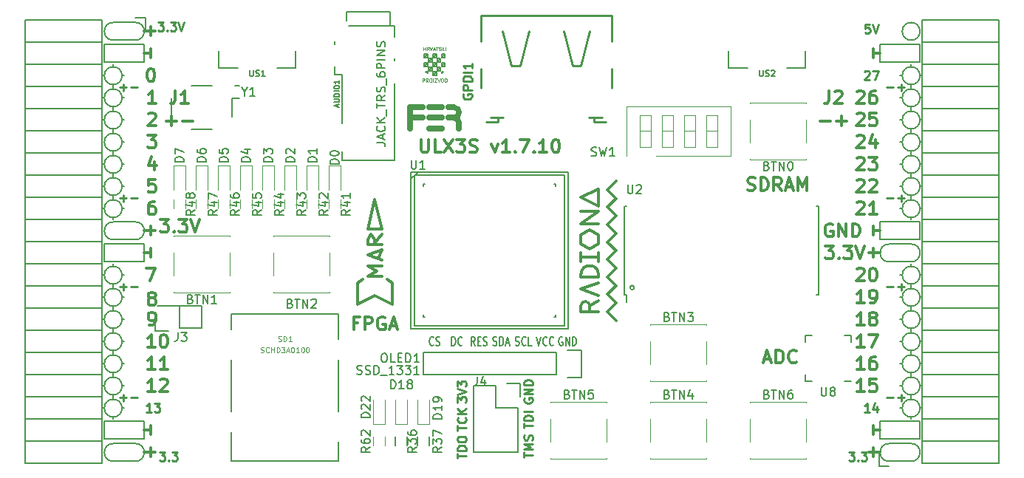
<source format=gto>
G04 #@! TF.FileFunction,Legend,Top*
%FSLAX46Y46*%
G04 Gerber Fmt 4.6, Leading zero omitted, Abs format (unit mm)*
G04 Created by KiCad (PCBNEW 4.0.7+dfsg1-1) date Mon Jan 22 21:13:58 2018*
%MOMM*%
%LPD*%
G01*
G04 APERTURE LIST*
%ADD10C,0.100000*%
%ADD11C,0.300000*%
%ADD12C,0.200000*%
%ADD13C,0.250000*%
%ADD14C,0.150000*%
%ADD15C,0.120000*%
%ADD16C,0.700000*%
%ADD17C,0.254000*%
%ADD18C,0.075000*%
%ADD19C,0.152400*%
%ADD20C,0.124460*%
G04 APERTURE END LIST*
D10*
D11*
X182492000Y-87582000D02*
X182492000Y-88598000D01*
X181984000Y-88090000D02*
X183254000Y-88090000D01*
X182492000Y-110442000D02*
X182492000Y-111458000D01*
X183254000Y-110950000D02*
X181984000Y-110950000D01*
X99688000Y-110442000D02*
X99688000Y-111458000D01*
X98926000Y-110950000D02*
X100196000Y-110950000D01*
X99688000Y-62182000D02*
X99688000Y-63198000D01*
X98926000Y-62690000D02*
X100196000Y-62690000D01*
X99688000Y-85042000D02*
X99688000Y-86058000D01*
X98926000Y-85550000D02*
X100196000Y-85550000D01*
D12*
X97910000Y-63706000D02*
G75*
G03X97910000Y-61674000I0J1016000D01*
G01*
X184270000Y-109934000D02*
G75*
G03X184270000Y-111966000I0J-1016000D01*
G01*
X95370000Y-111966000D02*
X97910000Y-111966000D01*
X95370000Y-109934000D02*
X97910000Y-109934000D01*
X97910000Y-111966000D02*
G75*
G03X97910000Y-109934000I0J1016000D01*
G01*
X95370000Y-109934000D02*
G75*
G03X95370000Y-111966000I0J-1016000D01*
G01*
X95370000Y-61674000D02*
X97910000Y-61674000D01*
X95370000Y-63706000D02*
X97910000Y-63706000D01*
X95370000Y-61674000D02*
G75*
G03X95370000Y-63706000I0J-1016000D01*
G01*
X95370000Y-84534000D02*
X97910000Y-84534000D01*
X95370000Y-86566000D02*
X97910000Y-86566000D01*
X95370000Y-84534000D02*
G75*
G03X95370000Y-86566000I0J-1016000D01*
G01*
X97910000Y-86566000D02*
G75*
G03X97910000Y-84534000I0J1016000D01*
G01*
X187826000Y-62690000D02*
G75*
G03X187826000Y-62690000I-1016000J0D01*
G01*
X184270000Y-89106000D02*
X186810000Y-89106000D01*
X184270000Y-87074000D02*
X186810000Y-87074000D01*
X184270000Y-87074000D02*
G75*
G03X184270000Y-89106000I0J-1016000D01*
G01*
X186810000Y-89106000D02*
G75*
G03X186810000Y-87074000I0J1016000D01*
G01*
X186810000Y-111966000D02*
X184270000Y-111966000D01*
X186810000Y-109934000D02*
X184270000Y-109934000D01*
X186810000Y-111966000D02*
G75*
G03X186810000Y-109934000I0J1016000D01*
G01*
X94354000Y-66246000D02*
X94354000Y-64214000D01*
X98926000Y-66246000D02*
X94354000Y-66246000D01*
X98926000Y-64214000D02*
X98926000Y-66246000D01*
X94354000Y-64214000D02*
X98926000Y-64214000D01*
X94354000Y-87074000D02*
X98926000Y-87074000D01*
X94354000Y-89106000D02*
X94354000Y-87074000D01*
X98926000Y-89106000D02*
X94354000Y-89106000D01*
X98926000Y-87074000D02*
X98926000Y-89106000D01*
X94354000Y-109426000D02*
X98926000Y-109426000D01*
X94354000Y-107394000D02*
X94354000Y-109426000D01*
X98926000Y-107394000D02*
X94354000Y-107394000D01*
X98926000Y-109426000D02*
X98926000Y-107394000D01*
X183254000Y-109426000D02*
X187826000Y-109426000D01*
X183254000Y-107394000D02*
X183254000Y-109426000D01*
X187826000Y-107394000D02*
X187826000Y-109426000D01*
X183254000Y-107394000D02*
X187826000Y-107394000D01*
X183254000Y-66246000D02*
X187826000Y-66246000D01*
X183254000Y-64214000D02*
X183254000Y-66246000D01*
X187826000Y-64214000D02*
X183254000Y-64214000D01*
X187826000Y-66246000D02*
X187826000Y-64214000D01*
X183254000Y-84534000D02*
X187826000Y-84534000D01*
X183254000Y-86566000D02*
X183254000Y-84534000D01*
X187826000Y-86566000D02*
X183254000Y-86566000D01*
X187826000Y-84534000D02*
X187826000Y-86566000D01*
D13*
X96148000Y-69111429D02*
X96909905Y-69111429D01*
X96528953Y-69492381D02*
X96528953Y-68730476D01*
X97386095Y-69111429D02*
X98148000Y-69111429D01*
X96148000Y-81811429D02*
X96909905Y-81811429D01*
X96528953Y-82192381D02*
X96528953Y-81430476D01*
X97386095Y-81811429D02*
X98148000Y-81811429D01*
X96148000Y-91971429D02*
X96909905Y-91971429D01*
X96528953Y-92352381D02*
X96528953Y-91590476D01*
X97386095Y-91971429D02*
X98148000Y-91971429D01*
X96148000Y-104671429D02*
X96909905Y-104671429D01*
X96528953Y-105052381D02*
X96528953Y-104290476D01*
X97386095Y-104671429D02*
X98148000Y-104671429D01*
X184032000Y-104671429D02*
X184793905Y-104671429D01*
X185270095Y-104671429D02*
X186032000Y-104671429D01*
X185651048Y-105052381D02*
X185651048Y-104290476D01*
X184032000Y-91971429D02*
X184793905Y-91971429D01*
X185270095Y-91971429D02*
X186032000Y-91971429D01*
X185651048Y-92352381D02*
X185651048Y-91590476D01*
X184032000Y-81811429D02*
X184793905Y-81811429D01*
X185270095Y-81811429D02*
X186032000Y-81811429D01*
X185651048Y-82192381D02*
X185651048Y-81430476D01*
X184032000Y-69111429D02*
X184793905Y-69111429D01*
X185270095Y-69111429D02*
X186032000Y-69111429D01*
X185651048Y-69492381D02*
X185651048Y-68730476D01*
D11*
X176420000Y-72957143D02*
X177562857Y-72957143D01*
X178277143Y-72957143D02*
X179420000Y-72957143D01*
X178848571Y-73528571D02*
X178848571Y-72385714D01*
D12*
X187826000Y-67770000D02*
G75*
G03X187826000Y-67770000I-1016000J0D01*
G01*
X187826000Y-70310000D02*
G75*
G03X187826000Y-70310000I-1016000J0D01*
G01*
X187826000Y-72850000D02*
G75*
G03X187826000Y-72850000I-1016000J0D01*
G01*
X187826000Y-75390000D02*
G75*
G03X187826000Y-75390000I-1016000J0D01*
G01*
X187826000Y-77930000D02*
G75*
G03X187826000Y-77930000I-1016000J0D01*
G01*
X187826000Y-80470000D02*
G75*
G03X187826000Y-80470000I-1016000J0D01*
G01*
X187826000Y-83010000D02*
G75*
G03X187826000Y-83010000I-1016000J0D01*
G01*
X187826000Y-90630000D02*
G75*
G03X187826000Y-90630000I-1016000J0D01*
G01*
X187826000Y-93170000D02*
G75*
G03X187826000Y-93170000I-1016000J0D01*
G01*
X187826000Y-95710000D02*
G75*
G03X187826000Y-95710000I-1016000J0D01*
G01*
X187826000Y-98250000D02*
G75*
G03X187826000Y-98250000I-1016000J0D01*
G01*
X187826000Y-100790000D02*
G75*
G03X187826000Y-100790000I-1016000J0D01*
G01*
X187826000Y-103330000D02*
G75*
G03X187826000Y-103330000I-1016000J0D01*
G01*
X187826000Y-105870000D02*
G75*
G03X187826000Y-105870000I-1016000J0D01*
G01*
X96386000Y-105870000D02*
G75*
G03X96386000Y-105870000I-1016000J0D01*
G01*
X96386000Y-103330000D02*
G75*
G03X96386000Y-103330000I-1016000J0D01*
G01*
X96386000Y-100790000D02*
G75*
G03X96386000Y-100790000I-1016000J0D01*
G01*
X96386000Y-98250000D02*
G75*
G03X96386000Y-98250000I-1016000J0D01*
G01*
X96386000Y-95710000D02*
G75*
G03X96386000Y-95710000I-1016000J0D01*
G01*
X96386000Y-93170000D02*
G75*
G03X96386000Y-93170000I-1016000J0D01*
G01*
X96386000Y-90630000D02*
G75*
G03X96386000Y-90630000I-1016000J0D01*
G01*
X96386000Y-83010000D02*
G75*
G03X96386000Y-83010000I-1016000J0D01*
G01*
X96386000Y-80470000D02*
G75*
G03X96386000Y-80470000I-1016000J0D01*
G01*
X96386000Y-77930000D02*
G75*
G03X96386000Y-77930000I-1016000J0D01*
G01*
X96386000Y-75390000D02*
G75*
G03X96386000Y-75390000I-1016000J0D01*
G01*
X96386000Y-72850000D02*
G75*
G03X96386000Y-72850000I-1016000J0D01*
G01*
X96386000Y-70310000D02*
G75*
G03X96386000Y-70310000I-1016000J0D01*
G01*
X96386000Y-67770000D02*
G75*
G03X96386000Y-67770000I-1016000J0D01*
G01*
D11*
X177793143Y-84800000D02*
X177650286Y-84728571D01*
X177436000Y-84728571D01*
X177221715Y-84800000D01*
X177078857Y-84942857D01*
X177007429Y-85085714D01*
X176936000Y-85371429D01*
X176936000Y-85585714D01*
X177007429Y-85871429D01*
X177078857Y-86014286D01*
X177221715Y-86157143D01*
X177436000Y-86228571D01*
X177578857Y-86228571D01*
X177793143Y-86157143D01*
X177864572Y-86085714D01*
X177864572Y-85585714D01*
X177578857Y-85585714D01*
X178507429Y-86228571D02*
X178507429Y-84728571D01*
X179364572Y-86228571D01*
X179364572Y-84728571D01*
X180078858Y-86228571D02*
X180078858Y-84728571D01*
X180436001Y-84728571D01*
X180650286Y-84800000D01*
X180793144Y-84942857D01*
X180864572Y-85085714D01*
X180936001Y-85371429D01*
X180936001Y-85585714D01*
X180864572Y-85871429D01*
X180793144Y-86014286D01*
X180650286Y-86157143D01*
X180436001Y-86228571D01*
X180078858Y-86228571D01*
X182492000Y-86058000D02*
X182492000Y-85042000D01*
X183254000Y-85550000D02*
X182492000Y-85550000D01*
X182492000Y-107902000D02*
X182492000Y-108918000D01*
X182492000Y-108410000D02*
X183254000Y-108410000D01*
D13*
X182047524Y-106322381D02*
X181476095Y-106322381D01*
X181761809Y-106322381D02*
X181761809Y-105322381D01*
X181666571Y-105465238D01*
X181571333Y-105560476D01*
X181476095Y-105608095D01*
X182904667Y-105655714D02*
X182904667Y-106322381D01*
X182666571Y-105274762D02*
X182428476Y-105989048D01*
X183047524Y-105989048D01*
X181476095Y-67317619D02*
X181523714Y-67270000D01*
X181618952Y-67222381D01*
X181857048Y-67222381D01*
X181952286Y-67270000D01*
X181999905Y-67317619D01*
X182047524Y-67412857D01*
X182047524Y-67508095D01*
X181999905Y-67650952D01*
X181428476Y-68222381D01*
X182047524Y-68222381D01*
X182380857Y-67222381D02*
X183047524Y-67222381D01*
X182618952Y-68222381D01*
D11*
X182492000Y-64722000D02*
X182492000Y-65738000D01*
X182492000Y-65230000D02*
X183254000Y-65230000D01*
X99688000Y-107902000D02*
X99688000Y-108918000D01*
X98926000Y-108410000D02*
X99688000Y-108410000D01*
X99315001Y-74568571D02*
X100243572Y-74568571D01*
X99743572Y-75140000D01*
X99957858Y-75140000D01*
X100100715Y-75211429D01*
X100172144Y-75282857D01*
X100243572Y-75425714D01*
X100243572Y-75782857D01*
X100172144Y-75925714D01*
X100100715Y-75997143D01*
X99957858Y-76068571D01*
X99529286Y-76068571D01*
X99386429Y-75997143D01*
X99315001Y-75925714D01*
X100100715Y-77608571D02*
X100100715Y-78608571D01*
X99743572Y-77037143D02*
X99386429Y-78108571D01*
X100315001Y-78108571D01*
X100172144Y-79648571D02*
X99457858Y-79648571D01*
X99386429Y-80362857D01*
X99457858Y-80291429D01*
X99600715Y-80220000D01*
X99957858Y-80220000D01*
X100100715Y-80291429D01*
X100172144Y-80362857D01*
X100243572Y-80505714D01*
X100243572Y-80862857D01*
X100172144Y-81005714D01*
X100100715Y-81077143D01*
X99957858Y-81148571D01*
X99600715Y-81148571D01*
X99457858Y-81077143D01*
X99386429Y-81005714D01*
D13*
X99751524Y-106322381D02*
X99180095Y-106322381D01*
X99465809Y-106322381D02*
X99465809Y-105322381D01*
X99370571Y-105465238D01*
X99275333Y-105560476D01*
X99180095Y-105608095D01*
X100084857Y-105322381D02*
X100703905Y-105322381D01*
X100370571Y-105703333D01*
X100513429Y-105703333D01*
X100608667Y-105750952D01*
X100656286Y-105798571D01*
X100703905Y-105893810D01*
X100703905Y-106131905D01*
X100656286Y-106227143D01*
X100608667Y-106274762D01*
X100513429Y-106322381D01*
X100227714Y-106322381D01*
X100132476Y-106274762D01*
X100084857Y-106227143D01*
D11*
X99188001Y-89808571D02*
X100188001Y-89808571D01*
X99545144Y-91308571D01*
X99688000Y-87582000D02*
X99688000Y-88598000D01*
X98926000Y-88090000D02*
X99688000Y-88090000D01*
X99688000Y-64722000D02*
X99688000Y-65738000D01*
X98926000Y-65230000D02*
X99688000Y-65230000D01*
D13*
X100497810Y-61634381D02*
X101116858Y-61634381D01*
X100783524Y-62015333D01*
X100926382Y-62015333D01*
X101021620Y-62062952D01*
X101069239Y-62110571D01*
X101116858Y-62205810D01*
X101116858Y-62443905D01*
X101069239Y-62539143D01*
X101021620Y-62586762D01*
X100926382Y-62634381D01*
X100640667Y-62634381D01*
X100545429Y-62586762D01*
X100497810Y-62539143D01*
X101545429Y-62539143D02*
X101593048Y-62586762D01*
X101545429Y-62634381D01*
X101497810Y-62586762D01*
X101545429Y-62539143D01*
X101545429Y-62634381D01*
X101926381Y-61634381D02*
X102545429Y-61634381D01*
X102212095Y-62015333D01*
X102354953Y-62015333D01*
X102450191Y-62062952D01*
X102497810Y-62110571D01*
X102545429Y-62205810D01*
X102545429Y-62443905D01*
X102497810Y-62539143D01*
X102450191Y-62586762D01*
X102354953Y-62634381D01*
X102069238Y-62634381D01*
X101974000Y-62586762D01*
X101926381Y-62539143D01*
X102831143Y-61634381D02*
X103164476Y-62634381D01*
X103497810Y-61634381D01*
X179666381Y-110910381D02*
X180285429Y-110910381D01*
X179952095Y-111291333D01*
X180094953Y-111291333D01*
X180190191Y-111338952D01*
X180237810Y-111386571D01*
X180285429Y-111481810D01*
X180285429Y-111719905D01*
X180237810Y-111815143D01*
X180190191Y-111862762D01*
X180094953Y-111910381D01*
X179809238Y-111910381D01*
X179714000Y-111862762D01*
X179666381Y-111815143D01*
X180714000Y-111815143D02*
X180761619Y-111862762D01*
X180714000Y-111910381D01*
X180666381Y-111862762D01*
X180714000Y-111815143D01*
X180714000Y-111910381D01*
X181094952Y-110910381D02*
X181714000Y-110910381D01*
X181380666Y-111291333D01*
X181523524Y-111291333D01*
X181618762Y-111338952D01*
X181666381Y-111386571D01*
X181714000Y-111481810D01*
X181714000Y-111719905D01*
X181666381Y-111815143D01*
X181618762Y-111862762D01*
X181523524Y-111910381D01*
X181237809Y-111910381D01*
X181142571Y-111862762D01*
X181094952Y-111815143D01*
D11*
X100775715Y-84220571D02*
X101704286Y-84220571D01*
X101204286Y-84792000D01*
X101418572Y-84792000D01*
X101561429Y-84863429D01*
X101632858Y-84934857D01*
X101704286Y-85077714D01*
X101704286Y-85434857D01*
X101632858Y-85577714D01*
X101561429Y-85649143D01*
X101418572Y-85720571D01*
X100990000Y-85720571D01*
X100847143Y-85649143D01*
X100775715Y-85577714D01*
X102347143Y-85577714D02*
X102418571Y-85649143D01*
X102347143Y-85720571D01*
X102275714Y-85649143D01*
X102347143Y-85577714D01*
X102347143Y-85720571D01*
X102918572Y-84220571D02*
X103847143Y-84220571D01*
X103347143Y-84792000D01*
X103561429Y-84792000D01*
X103704286Y-84863429D01*
X103775715Y-84934857D01*
X103847143Y-85077714D01*
X103847143Y-85434857D01*
X103775715Y-85577714D01*
X103704286Y-85649143D01*
X103561429Y-85720571D01*
X103132857Y-85720571D01*
X102990000Y-85649143D01*
X102918572Y-85577714D01*
X104275714Y-84220571D02*
X104775714Y-85720571D01*
X105275714Y-84220571D01*
D13*
X100672381Y-110910381D02*
X101291429Y-110910381D01*
X100958095Y-111291333D01*
X101100953Y-111291333D01*
X101196191Y-111338952D01*
X101243810Y-111386571D01*
X101291429Y-111481810D01*
X101291429Y-111719905D01*
X101243810Y-111815143D01*
X101196191Y-111862762D01*
X101100953Y-111910381D01*
X100815238Y-111910381D01*
X100720000Y-111862762D01*
X100672381Y-111815143D01*
X101720000Y-111815143D02*
X101767619Y-111862762D01*
X101720000Y-111910381D01*
X101672381Y-111862762D01*
X101720000Y-111815143D01*
X101720000Y-111910381D01*
X102100952Y-110910381D02*
X102720000Y-110910381D01*
X102386666Y-111291333D01*
X102529524Y-111291333D01*
X102624762Y-111338952D01*
X102672381Y-111386571D01*
X102720000Y-111481810D01*
X102720000Y-111719905D01*
X102672381Y-111815143D01*
X102624762Y-111862762D01*
X102529524Y-111910381D01*
X102243809Y-111910381D01*
X102148571Y-111862762D01*
X102100952Y-111815143D01*
X182047524Y-61888381D02*
X181571333Y-61888381D01*
X181523714Y-62364571D01*
X181571333Y-62316952D01*
X181666571Y-62269333D01*
X181904667Y-62269333D01*
X181999905Y-62316952D01*
X182047524Y-62364571D01*
X182095143Y-62459810D01*
X182095143Y-62697905D01*
X182047524Y-62793143D01*
X181999905Y-62840762D01*
X181904667Y-62888381D01*
X181666571Y-62888381D01*
X181571333Y-62840762D01*
X181523714Y-62793143D01*
X182380857Y-61888381D02*
X182714190Y-62888381D01*
X183047524Y-61888381D01*
D11*
X180587143Y-69631429D02*
X180658572Y-69560000D01*
X180801429Y-69488571D01*
X181158572Y-69488571D01*
X181301429Y-69560000D01*
X181372858Y-69631429D01*
X181444286Y-69774286D01*
X181444286Y-69917143D01*
X181372858Y-70131429D01*
X180515715Y-70988571D01*
X181444286Y-70988571D01*
X182730000Y-69488571D02*
X182444286Y-69488571D01*
X182301429Y-69560000D01*
X182230000Y-69631429D01*
X182087143Y-69845714D01*
X182015714Y-70131429D01*
X182015714Y-70702857D01*
X182087143Y-70845714D01*
X182158571Y-70917143D01*
X182301429Y-70988571D01*
X182587143Y-70988571D01*
X182730000Y-70917143D01*
X182801429Y-70845714D01*
X182872857Y-70702857D01*
X182872857Y-70345714D01*
X182801429Y-70202857D01*
X182730000Y-70131429D01*
X182587143Y-70060000D01*
X182301429Y-70060000D01*
X182158571Y-70131429D01*
X182087143Y-70202857D01*
X182015714Y-70345714D01*
X180587143Y-72171429D02*
X180658572Y-72100000D01*
X180801429Y-72028571D01*
X181158572Y-72028571D01*
X181301429Y-72100000D01*
X181372858Y-72171429D01*
X181444286Y-72314286D01*
X181444286Y-72457143D01*
X181372858Y-72671429D01*
X180515715Y-73528571D01*
X181444286Y-73528571D01*
X182801429Y-72028571D02*
X182087143Y-72028571D01*
X182015714Y-72742857D01*
X182087143Y-72671429D01*
X182230000Y-72600000D01*
X182587143Y-72600000D01*
X182730000Y-72671429D01*
X182801429Y-72742857D01*
X182872857Y-72885714D01*
X182872857Y-73242857D01*
X182801429Y-73385714D01*
X182730000Y-73457143D01*
X182587143Y-73528571D01*
X182230000Y-73528571D01*
X182087143Y-73457143D01*
X182015714Y-73385714D01*
X180587143Y-74711429D02*
X180658572Y-74640000D01*
X180801429Y-74568571D01*
X181158572Y-74568571D01*
X181301429Y-74640000D01*
X181372858Y-74711429D01*
X181444286Y-74854286D01*
X181444286Y-74997143D01*
X181372858Y-75211429D01*
X180515715Y-76068571D01*
X181444286Y-76068571D01*
X182730000Y-75068571D02*
X182730000Y-76068571D01*
X182372857Y-74497143D02*
X182015714Y-75568571D01*
X182944286Y-75568571D01*
X180587143Y-77251429D02*
X180658572Y-77180000D01*
X180801429Y-77108571D01*
X181158572Y-77108571D01*
X181301429Y-77180000D01*
X181372858Y-77251429D01*
X181444286Y-77394286D01*
X181444286Y-77537143D01*
X181372858Y-77751429D01*
X180515715Y-78608571D01*
X181444286Y-78608571D01*
X181944286Y-77108571D02*
X182872857Y-77108571D01*
X182372857Y-77680000D01*
X182587143Y-77680000D01*
X182730000Y-77751429D01*
X182801429Y-77822857D01*
X182872857Y-77965714D01*
X182872857Y-78322857D01*
X182801429Y-78465714D01*
X182730000Y-78537143D01*
X182587143Y-78608571D01*
X182158571Y-78608571D01*
X182015714Y-78537143D01*
X181944286Y-78465714D01*
X180587143Y-79791429D02*
X180658572Y-79720000D01*
X180801429Y-79648571D01*
X181158572Y-79648571D01*
X181301429Y-79720000D01*
X181372858Y-79791429D01*
X181444286Y-79934286D01*
X181444286Y-80077143D01*
X181372858Y-80291429D01*
X180515715Y-81148571D01*
X181444286Y-81148571D01*
X182015714Y-79791429D02*
X182087143Y-79720000D01*
X182230000Y-79648571D01*
X182587143Y-79648571D01*
X182730000Y-79720000D01*
X182801429Y-79791429D01*
X182872857Y-79934286D01*
X182872857Y-80077143D01*
X182801429Y-80291429D01*
X181944286Y-81148571D01*
X182872857Y-81148571D01*
X180587143Y-82331429D02*
X180658572Y-82260000D01*
X180801429Y-82188571D01*
X181158572Y-82188571D01*
X181301429Y-82260000D01*
X181372858Y-82331429D01*
X181444286Y-82474286D01*
X181444286Y-82617143D01*
X181372858Y-82831429D01*
X180515715Y-83688571D01*
X181444286Y-83688571D01*
X182872857Y-83688571D02*
X182015714Y-83688571D01*
X182444286Y-83688571D02*
X182444286Y-82188571D01*
X182301429Y-82402857D01*
X182158571Y-82545714D01*
X182015714Y-82617143D01*
X176975715Y-87268571D02*
X177904286Y-87268571D01*
X177404286Y-87840000D01*
X177618572Y-87840000D01*
X177761429Y-87911429D01*
X177832858Y-87982857D01*
X177904286Y-88125714D01*
X177904286Y-88482857D01*
X177832858Y-88625714D01*
X177761429Y-88697143D01*
X177618572Y-88768571D01*
X177190000Y-88768571D01*
X177047143Y-88697143D01*
X176975715Y-88625714D01*
X178547143Y-88625714D02*
X178618571Y-88697143D01*
X178547143Y-88768571D01*
X178475714Y-88697143D01*
X178547143Y-88625714D01*
X178547143Y-88768571D01*
X179118572Y-87268571D02*
X180047143Y-87268571D01*
X179547143Y-87840000D01*
X179761429Y-87840000D01*
X179904286Y-87911429D01*
X179975715Y-87982857D01*
X180047143Y-88125714D01*
X180047143Y-88482857D01*
X179975715Y-88625714D01*
X179904286Y-88697143D01*
X179761429Y-88768571D01*
X179332857Y-88768571D01*
X179190000Y-88697143D01*
X179118572Y-88625714D01*
X180475714Y-87268571D02*
X180975714Y-88768571D01*
X181475714Y-87268571D01*
X180587143Y-89951429D02*
X180658572Y-89880000D01*
X180801429Y-89808571D01*
X181158572Y-89808571D01*
X181301429Y-89880000D01*
X181372858Y-89951429D01*
X181444286Y-90094286D01*
X181444286Y-90237143D01*
X181372858Y-90451429D01*
X180515715Y-91308571D01*
X181444286Y-91308571D01*
X182372857Y-89808571D02*
X182515714Y-89808571D01*
X182658571Y-89880000D01*
X182730000Y-89951429D01*
X182801429Y-90094286D01*
X182872857Y-90380000D01*
X182872857Y-90737143D01*
X182801429Y-91022857D01*
X182730000Y-91165714D01*
X182658571Y-91237143D01*
X182515714Y-91308571D01*
X182372857Y-91308571D01*
X182230000Y-91237143D01*
X182158571Y-91165714D01*
X182087143Y-91022857D01*
X182015714Y-90737143D01*
X182015714Y-90380000D01*
X182087143Y-90094286D01*
X182158571Y-89951429D01*
X182230000Y-89880000D01*
X182372857Y-89808571D01*
X181444286Y-93848571D02*
X180587143Y-93848571D01*
X181015715Y-93848571D02*
X181015715Y-92348571D01*
X180872858Y-92562857D01*
X180730000Y-92705714D01*
X180587143Y-92777143D01*
X182158571Y-93848571D02*
X182444286Y-93848571D01*
X182587143Y-93777143D01*
X182658571Y-93705714D01*
X182801429Y-93491429D01*
X182872857Y-93205714D01*
X182872857Y-92634286D01*
X182801429Y-92491429D01*
X182730000Y-92420000D01*
X182587143Y-92348571D01*
X182301429Y-92348571D01*
X182158571Y-92420000D01*
X182087143Y-92491429D01*
X182015714Y-92634286D01*
X182015714Y-92991429D01*
X182087143Y-93134286D01*
X182158571Y-93205714D01*
X182301429Y-93277143D01*
X182587143Y-93277143D01*
X182730000Y-93205714D01*
X182801429Y-93134286D01*
X182872857Y-92991429D01*
X181444286Y-96388571D02*
X180587143Y-96388571D01*
X181015715Y-96388571D02*
X181015715Y-94888571D01*
X180872858Y-95102857D01*
X180730000Y-95245714D01*
X180587143Y-95317143D01*
X182301429Y-95531429D02*
X182158571Y-95460000D01*
X182087143Y-95388571D01*
X182015714Y-95245714D01*
X182015714Y-95174286D01*
X182087143Y-95031429D01*
X182158571Y-94960000D01*
X182301429Y-94888571D01*
X182587143Y-94888571D01*
X182730000Y-94960000D01*
X182801429Y-95031429D01*
X182872857Y-95174286D01*
X182872857Y-95245714D01*
X182801429Y-95388571D01*
X182730000Y-95460000D01*
X182587143Y-95531429D01*
X182301429Y-95531429D01*
X182158571Y-95602857D01*
X182087143Y-95674286D01*
X182015714Y-95817143D01*
X182015714Y-96102857D01*
X182087143Y-96245714D01*
X182158571Y-96317143D01*
X182301429Y-96388571D01*
X182587143Y-96388571D01*
X182730000Y-96317143D01*
X182801429Y-96245714D01*
X182872857Y-96102857D01*
X182872857Y-95817143D01*
X182801429Y-95674286D01*
X182730000Y-95602857D01*
X182587143Y-95531429D01*
X181444286Y-98928571D02*
X180587143Y-98928571D01*
X181015715Y-98928571D02*
X181015715Y-97428571D01*
X180872858Y-97642857D01*
X180730000Y-97785714D01*
X180587143Y-97857143D01*
X181944286Y-97428571D02*
X182944286Y-97428571D01*
X182301429Y-98928571D01*
X181444286Y-101468571D02*
X180587143Y-101468571D01*
X181015715Y-101468571D02*
X181015715Y-99968571D01*
X180872858Y-100182857D01*
X180730000Y-100325714D01*
X180587143Y-100397143D01*
X182730000Y-99968571D02*
X182444286Y-99968571D01*
X182301429Y-100040000D01*
X182230000Y-100111429D01*
X182087143Y-100325714D01*
X182015714Y-100611429D01*
X182015714Y-101182857D01*
X182087143Y-101325714D01*
X182158571Y-101397143D01*
X182301429Y-101468571D01*
X182587143Y-101468571D01*
X182730000Y-101397143D01*
X182801429Y-101325714D01*
X182872857Y-101182857D01*
X182872857Y-100825714D01*
X182801429Y-100682857D01*
X182730000Y-100611429D01*
X182587143Y-100540000D01*
X182301429Y-100540000D01*
X182158571Y-100611429D01*
X182087143Y-100682857D01*
X182015714Y-100825714D01*
X181444286Y-104008571D02*
X180587143Y-104008571D01*
X181015715Y-104008571D02*
X181015715Y-102508571D01*
X180872858Y-102722857D01*
X180730000Y-102865714D01*
X180587143Y-102937143D01*
X182801429Y-102508571D02*
X182087143Y-102508571D01*
X182015714Y-103222857D01*
X182087143Y-103151429D01*
X182230000Y-103080000D01*
X182587143Y-103080000D01*
X182730000Y-103151429D01*
X182801429Y-103222857D01*
X182872857Y-103365714D01*
X182872857Y-103722857D01*
X182801429Y-103865714D01*
X182730000Y-103937143D01*
X182587143Y-104008571D01*
X182230000Y-104008571D01*
X182087143Y-103937143D01*
X182015714Y-103865714D01*
D12*
X186810000Y-66500000D02*
X186810000Y-66754000D01*
X187826000Y-67770000D02*
X188080000Y-67770000D01*
X185540000Y-67770000D02*
X185794000Y-67770000D01*
X186810000Y-69294000D02*
X186810000Y-68786000D01*
X187826000Y-70310000D02*
X188080000Y-70310000D01*
X185540000Y-70310000D02*
X185794000Y-70310000D01*
X186810000Y-71326000D02*
X186810000Y-71834000D01*
X187826000Y-72850000D02*
X188080000Y-72850000D01*
X185540000Y-72850000D02*
X185794000Y-72850000D01*
X186810000Y-73866000D02*
X186810000Y-74374000D01*
X187826000Y-75390000D02*
X188080000Y-75390000D01*
X185540000Y-75390000D02*
X185794000Y-75390000D01*
X186810000Y-76406000D02*
X186810000Y-76914000D01*
X187826000Y-77930000D02*
X188080000Y-77930000D01*
X185540000Y-77930000D02*
X185794000Y-77930000D01*
X186810000Y-79454000D02*
X186810000Y-78946000D01*
X187826000Y-80470000D02*
X188080000Y-80470000D01*
X185540000Y-80470000D02*
X185794000Y-80470000D01*
X186810000Y-81994000D02*
X186810000Y-81486000D01*
X187826000Y-83010000D02*
X188080000Y-83010000D01*
X185540000Y-83010000D02*
X185794000Y-83010000D01*
X186810000Y-84026000D02*
X186810000Y-84280000D01*
X186810000Y-89360000D02*
X186810000Y-89614000D01*
X187826000Y-90630000D02*
X188080000Y-90630000D01*
X185540000Y-90630000D02*
X185794000Y-90630000D01*
X186810000Y-91646000D02*
X186810000Y-92154000D01*
X187826000Y-93170000D02*
X188080000Y-93170000D01*
X185540000Y-93170000D02*
X185794000Y-93170000D01*
X186810000Y-94186000D02*
X186810000Y-94694000D01*
X187826000Y-95710000D02*
X188080000Y-95710000D01*
X185540000Y-95710000D02*
X185794000Y-95710000D01*
X186810000Y-97234000D02*
X186810000Y-96726000D01*
X187826000Y-98250000D02*
X188080000Y-98250000D01*
X185540000Y-98250000D02*
X185794000Y-98250000D01*
X187826000Y-100790000D02*
X188080000Y-100790000D01*
X185540000Y-100790000D02*
X185794000Y-100790000D01*
X186810000Y-99266000D02*
X186810000Y-99774000D01*
X186810000Y-102314000D02*
X186810000Y-101806000D01*
X187826000Y-103330000D02*
X188080000Y-103330000D01*
X185540000Y-103330000D02*
X185794000Y-103330000D01*
X186810000Y-104346000D02*
X186810000Y-104854000D01*
X185540000Y-105870000D02*
X185794000Y-105870000D01*
X187826000Y-105870000D02*
X188080000Y-105870000D01*
X186810000Y-106886000D02*
X186810000Y-107140000D01*
X95370000Y-66754000D02*
X95370000Y-66500000D01*
X96386000Y-67770000D02*
X96640000Y-67770000D01*
X94100000Y-67770000D02*
X94354000Y-67770000D01*
X95370000Y-68786000D02*
X95370000Y-69294000D01*
X96386000Y-70310000D02*
X96640000Y-70310000D01*
X94100000Y-70310000D02*
X94354000Y-70310000D01*
X95370000Y-71326000D02*
X95370000Y-71834000D01*
X96386000Y-72850000D02*
X96640000Y-72850000D01*
X94100000Y-72850000D02*
X94354000Y-72850000D01*
X95370000Y-73866000D02*
X95370000Y-74374000D01*
X96386000Y-75390000D02*
X96640000Y-75390000D01*
X95370000Y-76406000D02*
X95370000Y-76914000D01*
X96386000Y-77930000D02*
X96640000Y-77930000D01*
X94100000Y-77930000D02*
X94354000Y-77930000D01*
X95370000Y-79454000D02*
X95370000Y-78946000D01*
X96386000Y-80470000D02*
X96640000Y-80470000D01*
X94100000Y-80470000D02*
X94354000Y-80470000D01*
X95370000Y-81486000D02*
X95370000Y-81994000D01*
X96386000Y-83010000D02*
X96640000Y-83010000D01*
X95370000Y-84026000D02*
X95370000Y-84280000D01*
X94100000Y-83010000D02*
X94354000Y-83010000D01*
X95370000Y-106886000D02*
X95370000Y-107140000D01*
X95370000Y-89360000D02*
X95370000Y-89614000D01*
X96386000Y-93170000D02*
X96640000Y-93170000D01*
X94100000Y-93170000D02*
X94354000Y-93170000D01*
X95370000Y-94186000D02*
X95370000Y-94694000D01*
X94100000Y-90630000D02*
X94354000Y-90630000D01*
X96386000Y-90630000D02*
X96640000Y-90630000D01*
X95370000Y-92154000D02*
X95370000Y-91646000D01*
X96386000Y-95710000D02*
X96640000Y-95710000D01*
X94100000Y-95710000D02*
X94354000Y-95710000D01*
X96386000Y-98250000D02*
X96640000Y-98250000D01*
X94354000Y-98250000D02*
X94100000Y-98250000D01*
X95370000Y-96726000D02*
X95370000Y-97234000D01*
X95370000Y-99266000D02*
X95370000Y-99774000D01*
X94100000Y-100790000D02*
X94354000Y-100790000D01*
X96386000Y-100790000D02*
X96640000Y-100790000D01*
X94100000Y-103330000D02*
X94354000Y-103330000D01*
X96386000Y-103330000D02*
X96640000Y-103330000D01*
X95370000Y-101806000D02*
X95370000Y-102314000D01*
X95370000Y-104346000D02*
X95370000Y-104854000D01*
X96386000Y-105870000D02*
X96640000Y-105870000D01*
X94100000Y-105870000D02*
X94354000Y-105870000D01*
D11*
X101490000Y-72957143D02*
X102632857Y-72957143D01*
X102061428Y-73528571D02*
X102061428Y-72385714D01*
X103347143Y-72957143D02*
X104490000Y-72957143D01*
X100164286Y-104008571D02*
X99307143Y-104008571D01*
X99735715Y-104008571D02*
X99735715Y-102508571D01*
X99592858Y-102722857D01*
X99450000Y-102865714D01*
X99307143Y-102937143D01*
X100735714Y-102651429D02*
X100807143Y-102580000D01*
X100950000Y-102508571D01*
X101307143Y-102508571D01*
X101450000Y-102580000D01*
X101521429Y-102651429D01*
X101592857Y-102794286D01*
X101592857Y-102937143D01*
X101521429Y-103151429D01*
X100664286Y-104008571D01*
X101592857Y-104008571D01*
X100164286Y-101468571D02*
X99307143Y-101468571D01*
X99735715Y-101468571D02*
X99735715Y-99968571D01*
X99592858Y-100182857D01*
X99450000Y-100325714D01*
X99307143Y-100397143D01*
X101592857Y-101468571D02*
X100735714Y-101468571D01*
X101164286Y-101468571D02*
X101164286Y-99968571D01*
X101021429Y-100182857D01*
X100878571Y-100325714D01*
X100735714Y-100397143D01*
X100164286Y-98928571D02*
X99307143Y-98928571D01*
X99735715Y-98928571D02*
X99735715Y-97428571D01*
X99592858Y-97642857D01*
X99450000Y-97785714D01*
X99307143Y-97857143D01*
X101092857Y-97428571D02*
X101235714Y-97428571D01*
X101378571Y-97500000D01*
X101450000Y-97571429D01*
X101521429Y-97714286D01*
X101592857Y-98000000D01*
X101592857Y-98357143D01*
X101521429Y-98642857D01*
X101450000Y-98785714D01*
X101378571Y-98857143D01*
X101235714Y-98928571D01*
X101092857Y-98928571D01*
X100950000Y-98857143D01*
X100878571Y-98785714D01*
X100807143Y-98642857D01*
X100735714Y-98357143D01*
X100735714Y-98000000D01*
X100807143Y-97714286D01*
X100878571Y-97571429D01*
X100950000Y-97500000D01*
X101092857Y-97428571D01*
X99529286Y-96388571D02*
X99815001Y-96388571D01*
X99957858Y-96317143D01*
X100029286Y-96245714D01*
X100172144Y-96031429D01*
X100243572Y-95745714D01*
X100243572Y-95174286D01*
X100172144Y-95031429D01*
X100100715Y-94960000D01*
X99957858Y-94888571D01*
X99672144Y-94888571D01*
X99529286Y-94960000D01*
X99457858Y-95031429D01*
X99386429Y-95174286D01*
X99386429Y-95531429D01*
X99457858Y-95674286D01*
X99529286Y-95745714D01*
X99672144Y-95817143D01*
X99957858Y-95817143D01*
X100100715Y-95745714D01*
X100172144Y-95674286D01*
X100243572Y-95531429D01*
X99672144Y-93245429D02*
X99529286Y-93174000D01*
X99457858Y-93102571D01*
X99386429Y-92959714D01*
X99386429Y-92888286D01*
X99457858Y-92745429D01*
X99529286Y-92674000D01*
X99672144Y-92602571D01*
X99957858Y-92602571D01*
X100100715Y-92674000D01*
X100172144Y-92745429D01*
X100243572Y-92888286D01*
X100243572Y-92959714D01*
X100172144Y-93102571D01*
X100100715Y-93174000D01*
X99957858Y-93245429D01*
X99672144Y-93245429D01*
X99529286Y-93316857D01*
X99457858Y-93388286D01*
X99386429Y-93531143D01*
X99386429Y-93816857D01*
X99457858Y-93959714D01*
X99529286Y-94031143D01*
X99672144Y-94102571D01*
X99957858Y-94102571D01*
X100100715Y-94031143D01*
X100172144Y-93959714D01*
X100243572Y-93816857D01*
X100243572Y-93531143D01*
X100172144Y-93388286D01*
X100100715Y-93316857D01*
X99957858Y-93245429D01*
X100100715Y-82188571D02*
X99815001Y-82188571D01*
X99672144Y-82260000D01*
X99600715Y-82331429D01*
X99457858Y-82545714D01*
X99386429Y-82831429D01*
X99386429Y-83402857D01*
X99457858Y-83545714D01*
X99529286Y-83617143D01*
X99672144Y-83688571D01*
X99957858Y-83688571D01*
X100100715Y-83617143D01*
X100172144Y-83545714D01*
X100243572Y-83402857D01*
X100243572Y-83045714D01*
X100172144Y-82902857D01*
X100100715Y-82831429D01*
X99957858Y-82760000D01*
X99672144Y-82760000D01*
X99529286Y-82831429D01*
X99457858Y-82902857D01*
X99386429Y-83045714D01*
X99386429Y-72171429D02*
X99457858Y-72100000D01*
X99600715Y-72028571D01*
X99957858Y-72028571D01*
X100100715Y-72100000D01*
X100172144Y-72171429D01*
X100243572Y-72314286D01*
X100243572Y-72457143D01*
X100172144Y-72671429D01*
X99315001Y-73528571D01*
X100243572Y-73528571D01*
X100243572Y-70988571D02*
X99386429Y-70988571D01*
X99815001Y-70988571D02*
X99815001Y-69488571D01*
X99672144Y-69702857D01*
X99529286Y-69845714D01*
X99386429Y-69917143D01*
X99616572Y-66948571D02*
X99759429Y-66948571D01*
X99902286Y-67020000D01*
X99973715Y-67091429D01*
X100045144Y-67234286D01*
X100116572Y-67520000D01*
X100116572Y-67877143D01*
X100045144Y-68162857D01*
X99973715Y-68305714D01*
X99902286Y-68377143D01*
X99759429Y-68448571D01*
X99616572Y-68448571D01*
X99473715Y-68377143D01*
X99402286Y-68305714D01*
X99330858Y-68162857D01*
X99259429Y-67877143D01*
X99259429Y-67520000D01*
X99330858Y-67234286D01*
X99402286Y-67091429D01*
X99473715Y-67020000D01*
X99616572Y-66948571D01*
X130657144Y-75076571D02*
X130657144Y-76290857D01*
X130728572Y-76433714D01*
X130800001Y-76505143D01*
X130942858Y-76576571D01*
X131228572Y-76576571D01*
X131371430Y-76505143D01*
X131442858Y-76433714D01*
X131514287Y-76290857D01*
X131514287Y-75076571D01*
X132942859Y-76576571D02*
X132228573Y-76576571D01*
X132228573Y-75076571D01*
X133300002Y-75076571D02*
X134300002Y-76576571D01*
X134300002Y-75076571D02*
X133300002Y-76576571D01*
X134728573Y-75076571D02*
X135657144Y-75076571D01*
X135157144Y-75648000D01*
X135371430Y-75648000D01*
X135514287Y-75719429D01*
X135585716Y-75790857D01*
X135657144Y-75933714D01*
X135657144Y-76290857D01*
X135585716Y-76433714D01*
X135514287Y-76505143D01*
X135371430Y-76576571D01*
X134942858Y-76576571D01*
X134800001Y-76505143D01*
X134728573Y-76433714D01*
X136228572Y-76505143D02*
X136442858Y-76576571D01*
X136800001Y-76576571D01*
X136942858Y-76505143D01*
X137014287Y-76433714D01*
X137085715Y-76290857D01*
X137085715Y-76148000D01*
X137014287Y-76005143D01*
X136942858Y-75933714D01*
X136800001Y-75862286D01*
X136514287Y-75790857D01*
X136371429Y-75719429D01*
X136300001Y-75648000D01*
X136228572Y-75505143D01*
X136228572Y-75362286D01*
X136300001Y-75219429D01*
X136371429Y-75148000D01*
X136514287Y-75076571D01*
X136871429Y-75076571D01*
X137085715Y-75148000D01*
X138728572Y-75576571D02*
X139085715Y-76576571D01*
X139442857Y-75576571D01*
X140800000Y-76576571D02*
X139942857Y-76576571D01*
X140371429Y-76576571D02*
X140371429Y-75076571D01*
X140228572Y-75290857D01*
X140085714Y-75433714D01*
X139942857Y-75505143D01*
X141442857Y-76433714D02*
X141514285Y-76505143D01*
X141442857Y-76576571D01*
X141371428Y-76505143D01*
X141442857Y-76433714D01*
X141442857Y-76576571D01*
X142014286Y-75076571D02*
X143014286Y-75076571D01*
X142371429Y-76576571D01*
X143585714Y-76433714D02*
X143657142Y-76505143D01*
X143585714Y-76576571D01*
X143514285Y-76505143D01*
X143585714Y-76433714D01*
X143585714Y-76576571D01*
X145085714Y-76576571D02*
X144228571Y-76576571D01*
X144657143Y-76576571D02*
X144657143Y-75076571D01*
X144514286Y-75290857D01*
X144371428Y-75433714D01*
X144228571Y-75505143D01*
X146014285Y-75076571D02*
X146157142Y-75076571D01*
X146299999Y-75148000D01*
X146371428Y-75219429D01*
X146442857Y-75362286D01*
X146514285Y-75648000D01*
X146514285Y-76005143D01*
X146442857Y-76290857D01*
X146371428Y-76433714D01*
X146299999Y-76505143D01*
X146157142Y-76576571D01*
X146014285Y-76576571D01*
X145871428Y-76505143D01*
X145799999Y-76433714D01*
X145728571Y-76290857D01*
X145657142Y-76005143D01*
X145657142Y-75648000D01*
X145728571Y-75362286D01*
X145799999Y-75219429D01*
X145871428Y-75148000D01*
X146014285Y-75076571D01*
X123413429Y-96110857D02*
X122913429Y-96110857D01*
X122913429Y-96896571D02*
X122913429Y-95396571D01*
X123627715Y-95396571D01*
X124199143Y-96896571D02*
X124199143Y-95396571D01*
X124770571Y-95396571D01*
X124913429Y-95468000D01*
X124984857Y-95539429D01*
X125056286Y-95682286D01*
X125056286Y-95896571D01*
X124984857Y-96039429D01*
X124913429Y-96110857D01*
X124770571Y-96182286D01*
X124199143Y-96182286D01*
X126484857Y-95468000D02*
X126342000Y-95396571D01*
X126127714Y-95396571D01*
X125913429Y-95468000D01*
X125770571Y-95610857D01*
X125699143Y-95753714D01*
X125627714Y-96039429D01*
X125627714Y-96253714D01*
X125699143Y-96539429D01*
X125770571Y-96682286D01*
X125913429Y-96825143D01*
X126127714Y-96896571D01*
X126270571Y-96896571D01*
X126484857Y-96825143D01*
X126556286Y-96753714D01*
X126556286Y-96253714D01*
X126270571Y-96253714D01*
X127127714Y-96468000D02*
X127842000Y-96468000D01*
X126984857Y-96896571D02*
X127484857Y-95396571D01*
X127984857Y-96896571D01*
X168077929Y-80886643D02*
X168292215Y-80958071D01*
X168649358Y-80958071D01*
X168792215Y-80886643D01*
X168863644Y-80815214D01*
X168935072Y-80672357D01*
X168935072Y-80529500D01*
X168863644Y-80386643D01*
X168792215Y-80315214D01*
X168649358Y-80243786D01*
X168363644Y-80172357D01*
X168220786Y-80100929D01*
X168149358Y-80029500D01*
X168077929Y-79886643D01*
X168077929Y-79743786D01*
X168149358Y-79600929D01*
X168220786Y-79529500D01*
X168363644Y-79458071D01*
X168720786Y-79458071D01*
X168935072Y-79529500D01*
X169577929Y-80958071D02*
X169577929Y-79458071D01*
X169935072Y-79458071D01*
X170149357Y-79529500D01*
X170292215Y-79672357D01*
X170363643Y-79815214D01*
X170435072Y-80100929D01*
X170435072Y-80315214D01*
X170363643Y-80600929D01*
X170292215Y-80743786D01*
X170149357Y-80886643D01*
X169935072Y-80958071D01*
X169577929Y-80958071D01*
X171935072Y-80958071D02*
X171435072Y-80243786D01*
X171077929Y-80958071D02*
X171077929Y-79458071D01*
X171649357Y-79458071D01*
X171792215Y-79529500D01*
X171863643Y-79600929D01*
X171935072Y-79743786D01*
X171935072Y-79958071D01*
X171863643Y-80100929D01*
X171792215Y-80172357D01*
X171649357Y-80243786D01*
X171077929Y-80243786D01*
X172506500Y-80529500D02*
X173220786Y-80529500D01*
X172363643Y-80958071D02*
X172863643Y-79458071D01*
X173363643Y-80958071D01*
X173863643Y-80958071D02*
X173863643Y-79458071D01*
X174363643Y-80529500D01*
X174863643Y-79458071D01*
X174863643Y-80958071D01*
X169966857Y-100278000D02*
X170681143Y-100278000D01*
X169824000Y-100706571D02*
X170324000Y-99206571D01*
X170824000Y-100706571D01*
X171324000Y-100706571D02*
X171324000Y-99206571D01*
X171681143Y-99206571D01*
X171895428Y-99278000D01*
X172038286Y-99420857D01*
X172109714Y-99563714D01*
X172181143Y-99849429D01*
X172181143Y-100063714D01*
X172109714Y-100349429D01*
X172038286Y-100492286D01*
X171895428Y-100635143D01*
X171681143Y-100706571D01*
X171324000Y-100706571D01*
X173681143Y-100563714D02*
X173609714Y-100635143D01*
X173395428Y-100706571D01*
X173252571Y-100706571D01*
X173038286Y-100635143D01*
X172895428Y-100492286D01*
X172824000Y-100349429D01*
X172752571Y-100063714D01*
X172752571Y-99849429D01*
X172824000Y-99563714D01*
X172895428Y-99420857D01*
X173038286Y-99278000D01*
X173252571Y-99206571D01*
X173395428Y-99206571D01*
X173609714Y-99278000D01*
X173681143Y-99349429D01*
D13*
X142447381Y-111521333D02*
X142447381Y-110949904D01*
X143447381Y-111235619D02*
X142447381Y-111235619D01*
X143447381Y-110616571D02*
X142447381Y-110616571D01*
X143161667Y-110283237D01*
X142447381Y-109949904D01*
X143447381Y-109949904D01*
X143399762Y-109521333D02*
X143447381Y-109378476D01*
X143447381Y-109140380D01*
X143399762Y-109045142D01*
X143352143Y-108997523D01*
X143256905Y-108949904D01*
X143161667Y-108949904D01*
X143066429Y-108997523D01*
X143018810Y-109045142D01*
X142971190Y-109140380D01*
X142923571Y-109330857D01*
X142875952Y-109426095D01*
X142828333Y-109473714D01*
X142733095Y-109521333D01*
X142637857Y-109521333D01*
X142542619Y-109473714D01*
X142495000Y-109426095D01*
X142447381Y-109330857D01*
X142447381Y-109092761D01*
X142495000Y-108949904D01*
X142447381Y-108163809D02*
X142447381Y-107592380D01*
X143447381Y-107878095D02*
X142447381Y-107878095D01*
X143447381Y-107259047D02*
X142447381Y-107259047D01*
X142447381Y-107020952D01*
X142495000Y-106878094D01*
X142590238Y-106782856D01*
X142685476Y-106735237D01*
X142875952Y-106687618D01*
X143018810Y-106687618D01*
X143209286Y-106735237D01*
X143304524Y-106782856D01*
X143399762Y-106878094D01*
X143447381Y-107020952D01*
X143447381Y-107259047D01*
X143447381Y-106259047D02*
X142447381Y-106259047D01*
X142495000Y-104726904D02*
X142447381Y-104822142D01*
X142447381Y-104964999D01*
X142495000Y-105107857D01*
X142590238Y-105203095D01*
X142685476Y-105250714D01*
X142875952Y-105298333D01*
X143018810Y-105298333D01*
X143209286Y-105250714D01*
X143304524Y-105203095D01*
X143399762Y-105107857D01*
X143447381Y-104964999D01*
X143447381Y-104869761D01*
X143399762Y-104726904D01*
X143352143Y-104679285D01*
X143018810Y-104679285D01*
X143018810Y-104869761D01*
X143447381Y-104250714D02*
X142447381Y-104250714D01*
X143447381Y-103679285D01*
X142447381Y-103679285D01*
X143447381Y-103203095D02*
X142447381Y-103203095D01*
X142447381Y-102965000D01*
X142495000Y-102822142D01*
X142590238Y-102726904D01*
X142685476Y-102679285D01*
X142875952Y-102631666D01*
X143018810Y-102631666D01*
X143209286Y-102679285D01*
X143304524Y-102726904D01*
X143399762Y-102822142D01*
X143447381Y-102965000D01*
X143447381Y-103203095D01*
X134827381Y-111624524D02*
X134827381Y-111053095D01*
X135827381Y-111338810D02*
X134827381Y-111338810D01*
X135827381Y-110719762D02*
X134827381Y-110719762D01*
X134827381Y-110481667D01*
X134875000Y-110338809D01*
X134970238Y-110243571D01*
X135065476Y-110195952D01*
X135255952Y-110148333D01*
X135398810Y-110148333D01*
X135589286Y-110195952D01*
X135684524Y-110243571D01*
X135779762Y-110338809D01*
X135827381Y-110481667D01*
X135827381Y-110719762D01*
X134827381Y-109529286D02*
X134827381Y-109338809D01*
X134875000Y-109243571D01*
X134970238Y-109148333D01*
X135160714Y-109100714D01*
X135494048Y-109100714D01*
X135684524Y-109148333D01*
X135779762Y-109243571D01*
X135827381Y-109338809D01*
X135827381Y-109529286D01*
X135779762Y-109624524D01*
X135684524Y-109719762D01*
X135494048Y-109767381D01*
X135160714Y-109767381D01*
X134970238Y-109719762D01*
X134875000Y-109624524D01*
X134827381Y-109529286D01*
X134827381Y-108425714D02*
X134827381Y-107854285D01*
X135827381Y-108140000D02*
X134827381Y-108140000D01*
X135732143Y-106949523D02*
X135779762Y-106997142D01*
X135827381Y-107139999D01*
X135827381Y-107235237D01*
X135779762Y-107378095D01*
X135684524Y-107473333D01*
X135589286Y-107520952D01*
X135398810Y-107568571D01*
X135255952Y-107568571D01*
X135065476Y-107520952D01*
X134970238Y-107473333D01*
X134875000Y-107378095D01*
X134827381Y-107235237D01*
X134827381Y-107139999D01*
X134875000Y-106997142D01*
X134922619Y-106949523D01*
X135827381Y-106520952D02*
X134827381Y-106520952D01*
X135827381Y-105949523D02*
X135255952Y-106378095D01*
X134827381Y-105949523D02*
X135398810Y-106520952D01*
X134827381Y-105203095D02*
X134827381Y-104584047D01*
X135208333Y-104917381D01*
X135208333Y-104774523D01*
X135255952Y-104679285D01*
X135303571Y-104631666D01*
X135398810Y-104584047D01*
X135636905Y-104584047D01*
X135732143Y-104631666D01*
X135779762Y-104679285D01*
X135827381Y-104774523D01*
X135827381Y-105060238D01*
X135779762Y-105155476D01*
X135732143Y-105203095D01*
X134827381Y-104298333D02*
X135827381Y-103965000D01*
X134827381Y-103631666D01*
X134827381Y-103393571D02*
X134827381Y-102774523D01*
X135208333Y-103107857D01*
X135208333Y-102964999D01*
X135255952Y-102869761D01*
X135303571Y-102822142D01*
X135398810Y-102774523D01*
X135636905Y-102774523D01*
X135732143Y-102822142D01*
X135779762Y-102869761D01*
X135827381Y-102964999D01*
X135827381Y-103250714D01*
X135779762Y-103345952D01*
X135732143Y-103393571D01*
D14*
X85270000Y-112220000D02*
X94100000Y-112220000D01*
X85270000Y-109680000D02*
X85270000Y-112220000D01*
X94100000Y-109680000D02*
X94100000Y-112220000D01*
X94100000Y-112220000D02*
X85270000Y-112220000D01*
X94100000Y-109680000D02*
X85270000Y-109680000D01*
X94100000Y-107140000D02*
X94100000Y-109680000D01*
X85270000Y-107140000D02*
X85270000Y-109680000D01*
X85270000Y-109680000D02*
X94100000Y-109680000D01*
X85270000Y-91900000D02*
X94100000Y-91900000D01*
X85270000Y-89360000D02*
X85270000Y-91900000D01*
X94100000Y-89360000D02*
X94100000Y-91900000D01*
X94100000Y-91900000D02*
X85270000Y-91900000D01*
X94100000Y-94440000D02*
X85270000Y-94440000D01*
X94100000Y-91900000D02*
X94100000Y-94440000D01*
X85270000Y-91900000D02*
X85270000Y-94440000D01*
X85270000Y-94440000D02*
X94100000Y-94440000D01*
X85270000Y-107140000D02*
X94100000Y-107140000D01*
X85270000Y-104600000D02*
X85270000Y-107140000D01*
X94100000Y-104600000D02*
X94100000Y-107140000D01*
X94100000Y-107140000D02*
X85270000Y-107140000D01*
X94100000Y-104600000D02*
X85270000Y-104600000D01*
X94100000Y-102060000D02*
X94100000Y-104600000D01*
X85270000Y-102060000D02*
X85270000Y-104600000D01*
X85270000Y-104600000D02*
X94100000Y-104600000D01*
X85270000Y-102060000D02*
X94100000Y-102060000D01*
X85270000Y-99520000D02*
X85270000Y-102060000D01*
X94100000Y-99520000D02*
X94100000Y-102060000D01*
X94100000Y-102060000D02*
X85270000Y-102060000D01*
X94100000Y-99520000D02*
X85270000Y-99520000D01*
X94100000Y-96980000D02*
X94100000Y-99520000D01*
X85270000Y-96980000D02*
X85270000Y-99520000D01*
X85270000Y-99520000D02*
X94100000Y-99520000D01*
X85270000Y-96980000D02*
X94100000Y-96980000D01*
X85270000Y-94440000D02*
X85270000Y-96980000D01*
X94100000Y-94440000D02*
X94100000Y-96980000D01*
X94100000Y-96980000D02*
X85270000Y-96980000D01*
X94100000Y-79200000D02*
X85270000Y-79200000D01*
X94100000Y-76660000D02*
X94100000Y-79200000D01*
X85270000Y-76660000D02*
X85270000Y-79200000D01*
X85270000Y-79200000D02*
X94100000Y-79200000D01*
X85270000Y-81740000D02*
X94100000Y-81740000D01*
X85270000Y-79200000D02*
X85270000Y-81740000D01*
X94100000Y-79200000D02*
X94100000Y-81740000D01*
X94100000Y-81740000D02*
X85270000Y-81740000D01*
X94100000Y-84280000D02*
X85270000Y-84280000D01*
X94100000Y-81740000D02*
X94100000Y-84280000D01*
X85270000Y-81740000D02*
X85270000Y-84280000D01*
X85270000Y-84280000D02*
X94100000Y-84280000D01*
X85270000Y-86820000D02*
X94100000Y-86820000D01*
X85270000Y-84280000D02*
X85270000Y-86820000D01*
X94100000Y-84280000D02*
X94100000Y-86820000D01*
X94100000Y-86820000D02*
X85270000Y-86820000D01*
X94100000Y-89360000D02*
X85270000Y-89360000D01*
X94100000Y-86820000D02*
X94100000Y-89360000D01*
X85270000Y-86820000D02*
X85270000Y-89360000D01*
X85270000Y-89360000D02*
X94100000Y-89360000D01*
X85270000Y-76660000D02*
X94100000Y-76660000D01*
X85270000Y-74120000D02*
X85270000Y-76660000D01*
X94100000Y-74120000D02*
X94100000Y-76660000D01*
X94100000Y-76660000D02*
X85270000Y-76660000D01*
X94100000Y-74120000D02*
X85270000Y-74120000D01*
X94100000Y-71580000D02*
X94100000Y-74120000D01*
X85270000Y-71580000D02*
X85270000Y-74120000D01*
X85270000Y-74120000D02*
X94100000Y-74120000D01*
X85270000Y-71580000D02*
X94100000Y-71580000D01*
X85270000Y-69040000D02*
X85270000Y-71580000D01*
X94100000Y-69040000D02*
X94100000Y-71580000D01*
X94100000Y-71580000D02*
X85270000Y-71580000D01*
X94100000Y-69040000D02*
X85270000Y-69040000D01*
X94100000Y-66500000D02*
X94100000Y-69040000D01*
X85270000Y-66500000D02*
X85270000Y-69040000D01*
X85270000Y-69040000D02*
X94100000Y-69040000D01*
X85270000Y-66500000D02*
X94100000Y-66500000D01*
X85270000Y-63960000D02*
X85270000Y-66500000D01*
X94100000Y-63960000D02*
X94100000Y-66500000D01*
X94100000Y-66500000D02*
X85270000Y-66500000D01*
X94100000Y-63960000D02*
X85270000Y-63960000D01*
X94100000Y-61420000D02*
X94100000Y-63960000D01*
X99060000Y-62690000D02*
X99060000Y-61140000D01*
X99060000Y-61140000D02*
X97910000Y-61140000D01*
X94100000Y-61420000D02*
X85270000Y-61420000D01*
X85270000Y-61420000D02*
X85270000Y-63960000D01*
X85270000Y-63960000D02*
X94100000Y-63960000D01*
X196910000Y-61420000D02*
X188080000Y-61420000D01*
X196910000Y-63960000D02*
X196910000Y-61420000D01*
X188080000Y-63960000D02*
X188080000Y-61420000D01*
X188080000Y-61420000D02*
X196910000Y-61420000D01*
X188080000Y-63960000D02*
X196910000Y-63960000D01*
X188080000Y-66500000D02*
X188080000Y-63960000D01*
X196910000Y-66500000D02*
X196910000Y-63960000D01*
X196910000Y-63960000D02*
X188080000Y-63960000D01*
X196910000Y-81740000D02*
X188080000Y-81740000D01*
X196910000Y-84280000D02*
X196910000Y-81740000D01*
X188080000Y-84280000D02*
X188080000Y-81740000D01*
X188080000Y-81740000D02*
X196910000Y-81740000D01*
X188080000Y-79200000D02*
X196910000Y-79200000D01*
X188080000Y-81740000D02*
X188080000Y-79200000D01*
X196910000Y-81740000D02*
X196910000Y-79200000D01*
X196910000Y-79200000D02*
X188080000Y-79200000D01*
X196910000Y-66500000D02*
X188080000Y-66500000D01*
X196910000Y-69040000D02*
X196910000Y-66500000D01*
X188080000Y-69040000D02*
X188080000Y-66500000D01*
X188080000Y-66500000D02*
X196910000Y-66500000D01*
X188080000Y-69040000D02*
X196910000Y-69040000D01*
X188080000Y-71580000D02*
X188080000Y-69040000D01*
X196910000Y-71580000D02*
X196910000Y-69040000D01*
X196910000Y-69040000D02*
X188080000Y-69040000D01*
X196910000Y-71580000D02*
X188080000Y-71580000D01*
X196910000Y-74120000D02*
X196910000Y-71580000D01*
X188080000Y-74120000D02*
X188080000Y-71580000D01*
X188080000Y-71580000D02*
X196910000Y-71580000D01*
X188080000Y-74120000D02*
X196910000Y-74120000D01*
X188080000Y-76660000D02*
X188080000Y-74120000D01*
X196910000Y-76660000D02*
X196910000Y-74120000D01*
X196910000Y-74120000D02*
X188080000Y-74120000D01*
X196910000Y-76660000D02*
X188080000Y-76660000D01*
X196910000Y-79200000D02*
X196910000Y-76660000D01*
X188080000Y-79200000D02*
X188080000Y-76660000D01*
X188080000Y-76660000D02*
X196910000Y-76660000D01*
X188080000Y-94440000D02*
X196910000Y-94440000D01*
X188080000Y-96980000D02*
X188080000Y-94440000D01*
X196910000Y-96980000D02*
X196910000Y-94440000D01*
X196910000Y-94440000D02*
X188080000Y-94440000D01*
X196910000Y-91900000D02*
X188080000Y-91900000D01*
X196910000Y-94440000D02*
X196910000Y-91900000D01*
X188080000Y-94440000D02*
X188080000Y-91900000D01*
X188080000Y-91900000D02*
X196910000Y-91900000D01*
X188080000Y-89360000D02*
X196910000Y-89360000D01*
X188080000Y-91900000D02*
X188080000Y-89360000D01*
X196910000Y-91900000D02*
X196910000Y-89360000D01*
X196910000Y-89360000D02*
X188080000Y-89360000D01*
X196910000Y-86820000D02*
X188080000Y-86820000D01*
X196910000Y-89360000D02*
X196910000Y-86820000D01*
X188080000Y-89360000D02*
X188080000Y-86820000D01*
X188080000Y-86820000D02*
X196910000Y-86820000D01*
X188080000Y-84280000D02*
X196910000Y-84280000D01*
X188080000Y-86820000D02*
X188080000Y-84280000D01*
X196910000Y-86820000D02*
X196910000Y-84280000D01*
X196910000Y-84280000D02*
X188080000Y-84280000D01*
X196910000Y-96980000D02*
X188080000Y-96980000D01*
X196910000Y-99520000D02*
X196910000Y-96980000D01*
X188080000Y-99520000D02*
X188080000Y-96980000D01*
X188080000Y-96980000D02*
X196910000Y-96980000D01*
X188080000Y-99520000D02*
X196910000Y-99520000D01*
X188080000Y-102060000D02*
X188080000Y-99520000D01*
X196910000Y-102060000D02*
X196910000Y-99520000D01*
X196910000Y-99520000D02*
X188080000Y-99520000D01*
X196910000Y-102060000D02*
X188080000Y-102060000D01*
X196910000Y-104600000D02*
X196910000Y-102060000D01*
X188080000Y-104600000D02*
X188080000Y-102060000D01*
X188080000Y-102060000D02*
X196910000Y-102060000D01*
X188080000Y-104600000D02*
X196910000Y-104600000D01*
X188080000Y-107140000D02*
X188080000Y-104600000D01*
X196910000Y-107140000D02*
X196910000Y-104600000D01*
X196910000Y-104600000D02*
X188080000Y-104600000D01*
X196910000Y-107140000D02*
X188080000Y-107140000D01*
X196910000Y-109680000D02*
X196910000Y-107140000D01*
X188080000Y-109680000D02*
X188080000Y-107140000D01*
X188080000Y-107140000D02*
X196910000Y-107140000D01*
X188080000Y-109680000D02*
X196910000Y-109680000D01*
X188080000Y-112220000D02*
X188080000Y-109680000D01*
X183120000Y-110950000D02*
X183120000Y-112500000D01*
X183120000Y-112500000D02*
X184270000Y-112500000D01*
X188080000Y-112220000D02*
X196910000Y-112220000D01*
X196910000Y-112220000D02*
X196910000Y-109680000D01*
X196910000Y-109680000D02*
X188080000Y-109680000D01*
X100170000Y-95456000D02*
X100170000Y-97006000D01*
X102990000Y-94186000D02*
X100450000Y-94186000D01*
X100170000Y-97006000D02*
X101720000Y-97006000D01*
X105530000Y-94186000D02*
X102990000Y-94186000D01*
X102990000Y-94186000D02*
X102990000Y-96726000D01*
X102990000Y-96726000D02*
X105530000Y-96726000D01*
X105530000Y-96726000D02*
X105530000Y-94186000D01*
X127715000Y-110180000D02*
X127715000Y-109180000D01*
X129065000Y-109180000D02*
X129065000Y-110180000D01*
X131605000Y-109180000D02*
X131605000Y-110180000D01*
X130255000Y-110180000D02*
X130255000Y-109180000D01*
X116280000Y-64925000D02*
X116280000Y-66925000D01*
X116280000Y-66925000D02*
X114130000Y-66925000D01*
X109630000Y-66925000D02*
X107480000Y-66925000D01*
X107480000Y-66925000D02*
X107480000Y-64975000D01*
X174700000Y-64925000D02*
X174700000Y-66925000D01*
X174700000Y-66925000D02*
X172550000Y-66925000D01*
X168050000Y-66925000D02*
X165900000Y-66925000D01*
X165900000Y-66925000D02*
X165900000Y-64975000D01*
X141725000Y-110950000D02*
X141725000Y-105870000D01*
X142005000Y-103050000D02*
X142005000Y-104600000D01*
X139185000Y-103330000D02*
X139185000Y-105870000D01*
X139185000Y-105870000D02*
X141725000Y-105870000D01*
X141725000Y-110950000D02*
X136645000Y-110950000D01*
X136645000Y-110950000D02*
X136645000Y-105870000D01*
X142005000Y-103050000D02*
X140455000Y-103050000D01*
X136645000Y-103330000D02*
X139185000Y-103330000D01*
X136645000Y-105870000D02*
X136645000Y-103330000D01*
X174660000Y-102780000D02*
X174660000Y-102030000D01*
X179910000Y-97530000D02*
X179910000Y-98280000D01*
X174660000Y-97530000D02*
X174660000Y-98280000D01*
X179910000Y-102780000D02*
X179160000Y-102780000D01*
X179910000Y-97530000D02*
X179160000Y-97530000D01*
X174660000Y-97530000D02*
X175410000Y-97530000D01*
X174660000Y-102780000D02*
X175410000Y-102780000D01*
X146170000Y-99520000D02*
X130930000Y-99520000D01*
X130930000Y-99520000D02*
X130930000Y-102060000D01*
X130930000Y-102060000D02*
X146170000Y-102060000D01*
X148990000Y-99240000D02*
X147440000Y-99240000D01*
X146170000Y-99520000D02*
X146170000Y-102060000D01*
X147440000Y-102340000D02*
X148990000Y-102340000D01*
X148990000Y-102340000D02*
X148990000Y-99240000D01*
D15*
X168340000Y-77350000D02*
X168340000Y-77320000D01*
X168340000Y-70890000D02*
X168340000Y-70920000D01*
X174800000Y-70890000D02*
X174800000Y-70920000D01*
X174800000Y-77320000D02*
X174800000Y-77350000D01*
X168340000Y-75420000D02*
X168340000Y-72820000D01*
X174800000Y-77350000D02*
X168340000Y-77350000D01*
X174800000Y-75420000D02*
X174800000Y-72820000D01*
X174800000Y-70890000D02*
X168340000Y-70890000D01*
X108760000Y-86130000D02*
X108760000Y-86160000D01*
X108760000Y-92590000D02*
X108760000Y-92560000D01*
X102300000Y-92590000D02*
X102300000Y-92560000D01*
X102300000Y-86160000D02*
X102300000Y-86130000D01*
X108760000Y-88060000D02*
X108760000Y-90660000D01*
X102300000Y-86130000D02*
X108760000Y-86130000D01*
X102300000Y-88060000D02*
X102300000Y-90660000D01*
X102300000Y-92590000D02*
X108760000Y-92590000D01*
X120190000Y-86130000D02*
X120190000Y-86160000D01*
X120190000Y-92590000D02*
X120190000Y-92560000D01*
X113730000Y-92590000D02*
X113730000Y-92560000D01*
X113730000Y-86160000D02*
X113730000Y-86130000D01*
X120190000Y-88060000D02*
X120190000Y-90660000D01*
X113730000Y-86130000D02*
X120190000Y-86130000D01*
X113730000Y-88060000D02*
X113730000Y-90660000D01*
X113730000Y-92590000D02*
X120190000Y-92590000D01*
X163370000Y-96290000D02*
X163370000Y-96320000D01*
X163370000Y-102750000D02*
X163370000Y-102720000D01*
X156910000Y-102750000D02*
X156910000Y-102720000D01*
X156910000Y-96320000D02*
X156910000Y-96290000D01*
X163370000Y-98220000D02*
X163370000Y-100820000D01*
X156910000Y-96290000D02*
X163370000Y-96290000D01*
X156910000Y-98220000D02*
X156910000Y-100820000D01*
X156910000Y-102750000D02*
X163370000Y-102750000D01*
X156910000Y-111640000D02*
X156910000Y-111610000D01*
X156910000Y-105180000D02*
X156910000Y-105210000D01*
X163370000Y-105180000D02*
X163370000Y-105210000D01*
X163370000Y-111610000D02*
X163370000Y-111640000D01*
X156910000Y-109710000D02*
X156910000Y-107110000D01*
X163370000Y-111640000D02*
X156910000Y-111640000D01*
X163370000Y-109710000D02*
X163370000Y-107110000D01*
X163370000Y-105180000D02*
X156910000Y-105180000D01*
X145480000Y-111640000D02*
X145480000Y-111610000D01*
X145480000Y-105180000D02*
X145480000Y-105210000D01*
X151940000Y-105180000D02*
X151940000Y-105210000D01*
X151940000Y-111610000D02*
X151940000Y-111640000D01*
X145480000Y-109710000D02*
X145480000Y-107110000D01*
X151940000Y-111640000D02*
X145480000Y-111640000D01*
X151940000Y-109710000D02*
X151940000Y-107110000D01*
X151940000Y-105180000D02*
X145480000Y-105180000D01*
X168340000Y-111640000D02*
X168340000Y-111610000D01*
X168340000Y-105180000D02*
X168340000Y-105210000D01*
X174800000Y-105180000D02*
X174800000Y-105210000D01*
X174800000Y-111610000D02*
X174800000Y-111640000D01*
X168340000Y-109710000D02*
X168340000Y-107110000D01*
X174800000Y-111640000D02*
X168340000Y-111640000D01*
X174800000Y-109710000D02*
X174800000Y-107110000D01*
X174800000Y-105180000D02*
X168340000Y-105180000D01*
X154160000Y-76965000D02*
X154160000Y-71275000D01*
X154160000Y-71275000D02*
X166120000Y-71275000D01*
X166120000Y-71275000D02*
X166120000Y-76965000D01*
X166120000Y-76965000D02*
X157600000Y-76965000D01*
X155695000Y-75930000D02*
X156965000Y-75930000D01*
X156965000Y-75930000D02*
X156965000Y-72310000D01*
X156965000Y-72310000D02*
X155695000Y-72310000D01*
X155695000Y-72310000D02*
X155695000Y-75930000D01*
X155695000Y-74120000D02*
X156965000Y-74120000D01*
X158235000Y-75930000D02*
X159505000Y-75930000D01*
X159505000Y-75930000D02*
X159505000Y-72310000D01*
X159505000Y-72310000D02*
X158235000Y-72310000D01*
X158235000Y-72310000D02*
X158235000Y-75930000D01*
X158235000Y-74120000D02*
X159505000Y-74120000D01*
X160775000Y-75930000D02*
X162045000Y-75930000D01*
X162045000Y-75930000D02*
X162045000Y-72310000D01*
X162045000Y-72310000D02*
X160775000Y-72310000D01*
X160775000Y-72310000D02*
X160775000Y-75930000D01*
X160775000Y-74120000D02*
X162045000Y-74120000D01*
X163315000Y-75930000D02*
X164585000Y-75930000D01*
X164585000Y-75930000D02*
X164585000Y-72310000D01*
X164585000Y-72310000D02*
X163315000Y-72310000D01*
X163315000Y-72310000D02*
X163315000Y-75930000D01*
X163315000Y-74120000D02*
X164585000Y-74120000D01*
D14*
X130880000Y-80200000D02*
X131080000Y-80200000D01*
X130880000Y-80400000D02*
X130880000Y-80200000D01*
X146080000Y-80200000D02*
X146080000Y-80400000D01*
X145880000Y-80200000D02*
X146080000Y-80200000D01*
X146080000Y-95400000D02*
X146080000Y-95200000D01*
X145880000Y-95400000D02*
X146080000Y-95400000D01*
X130880000Y-95400000D02*
X131080000Y-95400000D01*
X130880000Y-95200000D02*
X130880000Y-95400000D01*
X130280000Y-78800000D02*
X129480000Y-79600000D01*
X129480000Y-96800000D02*
X129480000Y-78800000D01*
X147480000Y-96800000D02*
X129480000Y-96800000D01*
X147480000Y-78800000D02*
X147480000Y-96800000D01*
X129480000Y-78800000D02*
X147480000Y-78800000D01*
X129880000Y-96400000D02*
X129880000Y-79200000D01*
X147080000Y-96400000D02*
X129880000Y-96400000D01*
X147080000Y-79200000D02*
X147080000Y-96400000D01*
X129880000Y-79200000D02*
X147080000Y-79200000D01*
D11*
X149980000Y-94836000D02*
X149980000Y-94136000D01*
X148980000Y-94836000D02*
X148980000Y-94136000D01*
X151980000Y-80836000D02*
X152980000Y-79836000D01*
X152980000Y-81836000D02*
X151980000Y-80836000D01*
X151980000Y-82836000D02*
X152980000Y-81836000D01*
X152980000Y-83836000D02*
X151980000Y-82836000D01*
X151980000Y-84836000D02*
X152980000Y-83836000D01*
X152980000Y-85836000D02*
X151980000Y-84836000D01*
X151980000Y-86836000D02*
X152980000Y-85836000D01*
X152980000Y-87836000D02*
X151980000Y-86836000D01*
X151980000Y-88836000D02*
X152980000Y-87836000D01*
X152980000Y-89836000D02*
X151980000Y-88836000D01*
X151980000Y-90836000D02*
X152980000Y-89836000D01*
X152980000Y-91836000D02*
X151980000Y-90836000D01*
X151980000Y-92836000D02*
X152980000Y-91836000D01*
X152980000Y-93836000D02*
X151980000Y-92836000D01*
X151980000Y-94836000D02*
X152980000Y-93836000D01*
X152980000Y-95836000D02*
X151980000Y-94836000D01*
X150980000Y-90836000D02*
X150980000Y-90536000D01*
X148980000Y-90836000D02*
X148980000Y-90536000D01*
X148980000Y-89036000D02*
X148980000Y-88036000D01*
X150980000Y-89036000D02*
X150980000Y-88036000D01*
X150980000Y-83336000D02*
X148980000Y-83336000D01*
X148980000Y-84736000D02*
X150980000Y-83336000D01*
X149980000Y-94136000D02*
X150980000Y-93536000D01*
X149980000Y-85436000D02*
X150980000Y-86036000D01*
X148980000Y-86036000D02*
X149980000Y-85436000D01*
X149980000Y-87636000D02*
X148980000Y-87036000D01*
X150980000Y-87036000D02*
X149980000Y-87636000D01*
X148980000Y-86036000D02*
X148980000Y-87036000D01*
X150980000Y-87036000D02*
X150980000Y-86036000D01*
X150980000Y-80736000D02*
X150980000Y-82736000D01*
X148980000Y-81736000D02*
X150980000Y-80736000D01*
X150980000Y-82736000D02*
X148980000Y-81736000D01*
X150980000Y-84736000D02*
X148980000Y-84736000D01*
X148980000Y-88536000D02*
X150980000Y-88536000D01*
X150980000Y-90536000D02*
G75*
G03X148980000Y-90536000I-1000000J0D01*
G01*
X150980000Y-90836000D02*
X148980000Y-90836000D01*
X148980000Y-92236000D02*
X150980000Y-91536000D01*
X150980000Y-92936000D02*
X148980000Y-92236000D01*
X149980000Y-94136000D02*
G75*
G03X148980000Y-94136000I-500000J0D01*
G01*
X150980000Y-94836000D02*
X148980000Y-94836000D01*
D16*
X135000000Y-73196000D02*
X135000000Y-73796000D01*
X135000000Y-73196000D02*
G75*
G03X134400000Y-72596000I-600000J0D01*
G01*
X134400000Y-72596000D02*
G75*
G03X134400000Y-71396000I0J600000D01*
G01*
X133800000Y-72596000D02*
X134400000Y-72596000D01*
X133800000Y-71396000D02*
X134400000Y-71396000D01*
X129400000Y-71396000D02*
X129400000Y-73796000D01*
X131600000Y-73796000D02*
X133000000Y-73796000D01*
X131600000Y-72596000D02*
X133000000Y-72596000D01*
X131600000Y-71396000D02*
X133000000Y-71396000D01*
X129400000Y-71396000D02*
X130800000Y-71396000D01*
X129400000Y-72596000D02*
X130800000Y-72596000D01*
D12*
X131000000Y-66700000D02*
X131400000Y-66300000D01*
X131000000Y-65700000D02*
X131400000Y-65300000D01*
X131500000Y-66200000D02*
X131900000Y-65800000D01*
X132000000Y-65700000D02*
X132400000Y-65300000D01*
X133000000Y-65700000D02*
X133400000Y-65300000D01*
X132500000Y-66200000D02*
X132900000Y-65800000D01*
X132000000Y-66700000D02*
X132400000Y-66300000D01*
X131500000Y-67200000D02*
X131900000Y-66800000D01*
X133000000Y-66700000D02*
X133400000Y-66300000D01*
X132500000Y-67200000D02*
X132900000Y-66800000D01*
X132000000Y-67700000D02*
X132400000Y-67300000D01*
X133200000Y-67300000D02*
X133000000Y-67300000D01*
X133000000Y-67500000D02*
X133200000Y-67300000D01*
X133000000Y-67300000D02*
X133000000Y-67500000D01*
X132400000Y-67300000D02*
X132000000Y-67300000D01*
X132400000Y-67700000D02*
X132400000Y-67300000D01*
X132000000Y-67700000D02*
X132400000Y-67700000D01*
X132000000Y-67300000D02*
X132000000Y-67700000D01*
X131400000Y-67500000D02*
X131200000Y-67300000D01*
X131400000Y-67300000D02*
X131400000Y-67500000D01*
X131200000Y-67300000D02*
X131400000Y-67300000D01*
X132500000Y-67200000D02*
X132500000Y-66800000D01*
X132900000Y-67200000D02*
X132500000Y-67200000D01*
X132900000Y-66800000D02*
X132900000Y-67200000D01*
X132500000Y-66800000D02*
X132900000Y-66800000D01*
X131500000Y-67200000D02*
X131500000Y-66800000D01*
X131900000Y-67200000D02*
X131500000Y-67200000D01*
X131900000Y-66800000D02*
X131900000Y-67200000D01*
X131500000Y-66800000D02*
X131900000Y-66800000D01*
X133400000Y-66300000D02*
X133000000Y-66300000D01*
X133400000Y-66700000D02*
X133400000Y-66300000D01*
X133000000Y-66700000D02*
X133400000Y-66700000D01*
X133000000Y-66300000D02*
X133000000Y-66700000D01*
X132400000Y-66300000D02*
X132000000Y-66300000D01*
X132400000Y-66700000D02*
X132400000Y-66300000D01*
X132000000Y-66700000D02*
X132400000Y-66700000D01*
X132000000Y-66300000D02*
X132000000Y-66700000D01*
X131000000Y-66700000D02*
X131000000Y-66300000D01*
X131400000Y-66700000D02*
X131000000Y-66700000D01*
X131400000Y-66300000D02*
X131400000Y-66700000D01*
X131000000Y-66300000D02*
X131400000Y-66300000D01*
X132900000Y-65800000D02*
X132500000Y-65800000D01*
X132900000Y-66200000D02*
X132900000Y-65800000D01*
X132500000Y-66200000D02*
X132900000Y-66200000D01*
X132500000Y-65800000D02*
X132500000Y-66200000D01*
X131900000Y-65800000D02*
X131500000Y-65800000D01*
X131900000Y-66200000D02*
X131900000Y-65800000D01*
X131500000Y-66200000D02*
X131900000Y-66200000D01*
X131500000Y-65800000D02*
X131500000Y-66200000D01*
X133400000Y-65300000D02*
X133000000Y-65300000D01*
X133400000Y-65700000D02*
X133400000Y-65300000D01*
X133000000Y-65700000D02*
X133400000Y-65700000D01*
X133000000Y-65300000D02*
X133000000Y-65700000D01*
X132000000Y-65700000D02*
X132000000Y-65300000D01*
X132400000Y-65700000D02*
X132000000Y-65700000D01*
X132400000Y-65300000D02*
X132400000Y-65700000D01*
X132000000Y-65300000D02*
X132400000Y-65300000D01*
X131000000Y-65700000D02*
X131000000Y-65300000D01*
X131400000Y-65700000D02*
X131000000Y-65700000D01*
X131400000Y-65300000D02*
X131400000Y-65700000D01*
X131000000Y-65300000D02*
X131400000Y-65300000D01*
D15*
X125150000Y-107670000D02*
X126550000Y-107670000D01*
X126550000Y-107670000D02*
X126550000Y-104870000D01*
X125150000Y-107670000D02*
X125150000Y-104870000D01*
X125170000Y-110180000D02*
X125170000Y-109180000D01*
X126530000Y-109180000D02*
X126530000Y-110180000D01*
X127690000Y-107670000D02*
X129090000Y-107670000D01*
X129090000Y-107670000D02*
X129090000Y-104870000D01*
X127690000Y-107670000D02*
X127690000Y-104870000D01*
X121470000Y-78035000D02*
X120070000Y-78035000D01*
X120070000Y-78035000D02*
X120070000Y-80835000D01*
X121470000Y-78035000D02*
X121470000Y-80835000D01*
X118930000Y-78035000D02*
X117530000Y-78035000D01*
X117530000Y-78035000D02*
X117530000Y-80835000D01*
X118930000Y-78035000D02*
X118930000Y-80835000D01*
X116390000Y-78035000D02*
X114990000Y-78035000D01*
X114990000Y-78035000D02*
X114990000Y-80835000D01*
X116390000Y-78035000D02*
X116390000Y-80835000D01*
X113850000Y-78035000D02*
X112450000Y-78035000D01*
X112450000Y-78035000D02*
X112450000Y-80835000D01*
X113850000Y-78035000D02*
X113850000Y-80835000D01*
X111310000Y-78035000D02*
X109910000Y-78035000D01*
X109910000Y-78035000D02*
X109910000Y-80835000D01*
X111310000Y-78035000D02*
X111310000Y-80835000D01*
X108770000Y-78035000D02*
X107370000Y-78035000D01*
X107370000Y-78035000D02*
X107370000Y-80835000D01*
X108770000Y-78035000D02*
X108770000Y-80835000D01*
X106230000Y-78035000D02*
X104830000Y-78035000D01*
X104830000Y-78035000D02*
X104830000Y-80835000D01*
X106230000Y-78035000D02*
X106230000Y-80835000D01*
X103690000Y-78035000D02*
X102290000Y-78035000D01*
X102290000Y-78035000D02*
X102290000Y-80835000D01*
X103690000Y-78035000D02*
X103690000Y-80835000D01*
X130230000Y-107670000D02*
X131630000Y-107670000D01*
X131630000Y-107670000D02*
X131630000Y-104870000D01*
X130230000Y-107670000D02*
X130230000Y-104870000D01*
D14*
X122080000Y-60448000D02*
X122080000Y-61448000D01*
X127080000Y-60448000D02*
X122080000Y-60448000D01*
X127080000Y-62048000D02*
X127080000Y-60448000D01*
X127580000Y-62048000D02*
X122380000Y-62048000D01*
X120780000Y-64148000D02*
X120780000Y-63848000D01*
X120780000Y-67648000D02*
X120780000Y-66748000D01*
X121580000Y-67648000D02*
X120780000Y-67648000D01*
X121580000Y-73248000D02*
X121580000Y-67648000D01*
X121580000Y-77448000D02*
X121580000Y-76448000D01*
X121580000Y-77448000D02*
X127580000Y-77448000D01*
X127580000Y-68648000D02*
X127580000Y-77448000D01*
X127580000Y-65748000D02*
X127580000Y-66048000D01*
X127580000Y-62048000D02*
X127580000Y-63348000D01*
D17*
X151378260Y-72548160D02*
X150479100Y-72548160D01*
X150479100Y-72548160D02*
X149879660Y-72548160D01*
X140080340Y-72548160D02*
X139480900Y-72548160D01*
X139480900Y-72548160D02*
X138581740Y-72548160D01*
X137481920Y-69149640D02*
X137481920Y-66998260D01*
X137481920Y-63800400D02*
X137481920Y-60892100D01*
X137481920Y-60892100D02*
X152478080Y-60892100D01*
X152478080Y-60892100D02*
X152478080Y-63800400D01*
X152478080Y-66998260D02*
X152478080Y-69149640D01*
X138106760Y-73048540D02*
X139480900Y-73048540D01*
X139480900Y-73048540D02*
X139480900Y-72548160D01*
X150479100Y-72548160D02*
X150479100Y-73048540D01*
X150479100Y-73048540D02*
X151865940Y-73048540D01*
X142981020Y-62632000D02*
X141980260Y-66632500D01*
X141980260Y-66632500D02*
X140982040Y-66632500D01*
X140982040Y-66632500D02*
X139981280Y-62632000D01*
X146978980Y-62632000D02*
X147979740Y-66632500D01*
X147979740Y-66632500D02*
X148977960Y-66632500D01*
X148977960Y-66632500D02*
X149978720Y-62632000D01*
D14*
X121200000Y-111900000D02*
X121200000Y-109750000D01*
X108900000Y-111900000D02*
X121200000Y-111900000D01*
X108900000Y-108650000D02*
X108900000Y-111900000D01*
X108900000Y-100350000D02*
X108900000Y-106250000D01*
X121200000Y-106250000D02*
X121200000Y-100350000D01*
X108900000Y-95100000D02*
X108900000Y-96850000D01*
X121200000Y-95100000D02*
X108900000Y-95100000D01*
X121200000Y-98000000D02*
X121200000Y-95100000D01*
X109300000Y-68920000D02*
X109850000Y-68920000D01*
X109000000Y-72520000D02*
X109000000Y-70320000D01*
X106700000Y-68920000D02*
X104300000Y-68920000D01*
X109000000Y-70320000D02*
X109850000Y-70320000D01*
X106700000Y-73920000D02*
X104300000Y-73920000D01*
X102000000Y-70320000D02*
X102000000Y-72520000D01*
X176193000Y-92880000D02*
X175993000Y-92880000D01*
X176193000Y-82720000D02*
X175993000Y-82720000D01*
X155093000Y-92050000D02*
G75*
G03X155093000Y-92050000I-250000J0D01*
G01*
X154193000Y-92880000D02*
X154193000Y-93700000D01*
X153993000Y-92880000D02*
X154193000Y-92880000D01*
X153993000Y-82720000D02*
X154193000Y-82720000D01*
X176203000Y-82720000D02*
X176203000Y-92880000D01*
X153983000Y-92880000D02*
X153983000Y-82720000D01*
D11*
X124542000Y-89544000D02*
X126142000Y-89544000D01*
X125542000Y-90144000D02*
X124542000Y-89544000D01*
X124542000Y-90744000D02*
X125542000Y-90144000D01*
X126142000Y-90744000D02*
X124542000Y-90744000D01*
X127342000Y-91544000D02*
X126742000Y-91144000D01*
X123342000Y-91544000D02*
X123942000Y-91144000D01*
X123342000Y-93944000D02*
X123342000Y-91544000D01*
X125342000Y-81944000D02*
X124542000Y-85344000D01*
X126142000Y-85344000D02*
X125342000Y-81944000D01*
X124542000Y-85344000D02*
X126142000Y-85344000D01*
X125342000Y-86944000D02*
X126142000Y-85944000D01*
X125342000Y-86544000D02*
X125342000Y-87144000D01*
X124942000Y-85944000D02*
X125342000Y-86544000D01*
X124542000Y-86544000D02*
X124942000Y-85944000D01*
X124542000Y-87144000D02*
X124542000Y-86544000D01*
X124542000Y-87144000D02*
X126142000Y-87144000D01*
X126142000Y-87744000D02*
X125742000Y-88744000D01*
X124542000Y-88344000D02*
X126142000Y-87744000D01*
X126142000Y-88944000D02*
X124542000Y-88344000D01*
X127342000Y-93944000D02*
X127342000Y-91544000D01*
X125342000Y-92944000D02*
X127342000Y-93944000D01*
X123342000Y-93944000D02*
X125342000Y-92944000D01*
D15*
X121450000Y-82002000D02*
X121450000Y-83002000D01*
X120090000Y-83002000D02*
X120090000Y-82002000D01*
X118910000Y-82002000D02*
X118910000Y-83002000D01*
X117550000Y-83002000D02*
X117550000Y-82002000D01*
X116370000Y-82002000D02*
X116370000Y-83002000D01*
X115010000Y-83002000D02*
X115010000Y-82002000D01*
X113830000Y-82002000D02*
X113830000Y-83002000D01*
X112470000Y-83002000D02*
X112470000Y-82002000D01*
X111290000Y-82002000D02*
X111290000Y-83002000D01*
X109930000Y-83002000D02*
X109930000Y-82002000D01*
X108750000Y-82002000D02*
X108750000Y-83002000D01*
X107390000Y-83002000D02*
X107390000Y-82002000D01*
X106210000Y-82002000D02*
X106210000Y-83002000D01*
X104850000Y-83002000D02*
X104850000Y-82002000D01*
X103670000Y-82002000D02*
X103670000Y-83002000D01*
X102310000Y-83002000D02*
X102310000Y-82002000D01*
D11*
X102490000Y-69488571D02*
X102490000Y-70560000D01*
X102418572Y-70774286D01*
X102275715Y-70917143D01*
X102061429Y-70988571D01*
X101918572Y-70988571D01*
X103990000Y-70988571D02*
X103132857Y-70988571D01*
X103561429Y-70988571D02*
X103561429Y-69488571D01*
X103418572Y-69702857D01*
X103275714Y-69845714D01*
X103132857Y-69917143D01*
X177420000Y-69488571D02*
X177420000Y-70560000D01*
X177348572Y-70774286D01*
X177205715Y-70917143D01*
X176991429Y-70988571D01*
X176848572Y-70988571D01*
X178062857Y-69631429D02*
X178134286Y-69560000D01*
X178277143Y-69488571D01*
X178634286Y-69488571D01*
X178777143Y-69560000D01*
X178848572Y-69631429D01*
X178920000Y-69774286D01*
X178920000Y-69917143D01*
X178848572Y-70131429D01*
X177991429Y-70988571D01*
X178920000Y-70988571D01*
D14*
X102783667Y-97194381D02*
X102783667Y-97908667D01*
X102736047Y-98051524D01*
X102640809Y-98146762D01*
X102497952Y-98194381D01*
X102402714Y-98194381D01*
X103164619Y-97194381D02*
X103783667Y-97194381D01*
X103450333Y-97575333D01*
X103593191Y-97575333D01*
X103688429Y-97622952D01*
X103736048Y-97670571D01*
X103783667Y-97765810D01*
X103783667Y-98003905D01*
X103736048Y-98099143D01*
X103688429Y-98146762D01*
X103593191Y-98194381D01*
X103307476Y-98194381D01*
X103212238Y-98146762D01*
X103164619Y-98099143D01*
X130112381Y-110322857D02*
X129636190Y-110656191D01*
X130112381Y-110894286D02*
X129112381Y-110894286D01*
X129112381Y-110513333D01*
X129160000Y-110418095D01*
X129207619Y-110370476D01*
X129302857Y-110322857D01*
X129445714Y-110322857D01*
X129540952Y-110370476D01*
X129588571Y-110418095D01*
X129636190Y-110513333D01*
X129636190Y-110894286D01*
X129112381Y-109989524D02*
X129112381Y-109370476D01*
X129493333Y-109703810D01*
X129493333Y-109560952D01*
X129540952Y-109465714D01*
X129588571Y-109418095D01*
X129683810Y-109370476D01*
X129921905Y-109370476D01*
X130017143Y-109418095D01*
X130064762Y-109465714D01*
X130112381Y-109560952D01*
X130112381Y-109846667D01*
X130064762Y-109941905D01*
X130017143Y-109989524D01*
X129112381Y-108513333D02*
X129112381Y-108703810D01*
X129160000Y-108799048D01*
X129207619Y-108846667D01*
X129350476Y-108941905D01*
X129540952Y-108989524D01*
X129921905Y-108989524D01*
X130017143Y-108941905D01*
X130064762Y-108894286D01*
X130112381Y-108799048D01*
X130112381Y-108608571D01*
X130064762Y-108513333D01*
X130017143Y-108465714D01*
X129921905Y-108418095D01*
X129683810Y-108418095D01*
X129588571Y-108465714D01*
X129540952Y-108513333D01*
X129493333Y-108608571D01*
X129493333Y-108799048D01*
X129540952Y-108894286D01*
X129588571Y-108941905D01*
X129683810Y-108989524D01*
X133033381Y-110322857D02*
X132557190Y-110656191D01*
X133033381Y-110894286D02*
X132033381Y-110894286D01*
X132033381Y-110513333D01*
X132081000Y-110418095D01*
X132128619Y-110370476D01*
X132223857Y-110322857D01*
X132366714Y-110322857D01*
X132461952Y-110370476D01*
X132509571Y-110418095D01*
X132557190Y-110513333D01*
X132557190Y-110894286D01*
X132033381Y-109989524D02*
X132033381Y-109370476D01*
X132414333Y-109703810D01*
X132414333Y-109560952D01*
X132461952Y-109465714D01*
X132509571Y-109418095D01*
X132604810Y-109370476D01*
X132842905Y-109370476D01*
X132938143Y-109418095D01*
X132985762Y-109465714D01*
X133033381Y-109560952D01*
X133033381Y-109846667D01*
X132985762Y-109941905D01*
X132938143Y-109989524D01*
X132033381Y-109037143D02*
X132033381Y-108370476D01*
X133033381Y-108799048D01*
X111013334Y-67141667D02*
X111013334Y-67708333D01*
X111046667Y-67775000D01*
X111080000Y-67808333D01*
X111146667Y-67841667D01*
X111280000Y-67841667D01*
X111346667Y-67808333D01*
X111380000Y-67775000D01*
X111413334Y-67708333D01*
X111413334Y-67141667D01*
X111713333Y-67808333D02*
X111813333Y-67841667D01*
X111980000Y-67841667D01*
X112046667Y-67808333D01*
X112080000Y-67775000D01*
X112113333Y-67708333D01*
X112113333Y-67641667D01*
X112080000Y-67575000D01*
X112046667Y-67541667D01*
X111980000Y-67508333D01*
X111846667Y-67475000D01*
X111780000Y-67441667D01*
X111746667Y-67408333D01*
X111713333Y-67341667D01*
X111713333Y-67275000D01*
X111746667Y-67208333D01*
X111780000Y-67175000D01*
X111846667Y-67141667D01*
X112013333Y-67141667D01*
X112113333Y-67175000D01*
X112780000Y-67841667D02*
X112380000Y-67841667D01*
X112580000Y-67841667D02*
X112580000Y-67141667D01*
X112513334Y-67241667D01*
X112446667Y-67308333D01*
X112380000Y-67341667D01*
X169433334Y-67141667D02*
X169433334Y-67708333D01*
X169466667Y-67775000D01*
X169500000Y-67808333D01*
X169566667Y-67841667D01*
X169700000Y-67841667D01*
X169766667Y-67808333D01*
X169800000Y-67775000D01*
X169833334Y-67708333D01*
X169833334Y-67141667D01*
X170133333Y-67808333D02*
X170233333Y-67841667D01*
X170400000Y-67841667D01*
X170466667Y-67808333D01*
X170500000Y-67775000D01*
X170533333Y-67708333D01*
X170533333Y-67641667D01*
X170500000Y-67575000D01*
X170466667Y-67541667D01*
X170400000Y-67508333D01*
X170266667Y-67475000D01*
X170200000Y-67441667D01*
X170166667Y-67408333D01*
X170133333Y-67341667D01*
X170133333Y-67275000D01*
X170166667Y-67208333D01*
X170200000Y-67175000D01*
X170266667Y-67141667D01*
X170433333Y-67141667D01*
X170533333Y-67175000D01*
X170800000Y-67208333D02*
X170833334Y-67175000D01*
X170900000Y-67141667D01*
X171066667Y-67141667D01*
X171133334Y-67175000D01*
X171166667Y-67208333D01*
X171200000Y-67275000D01*
X171200000Y-67341667D01*
X171166667Y-67441667D01*
X170766667Y-67841667D01*
X171200000Y-67841667D01*
X137073667Y-102274381D02*
X137073667Y-102988667D01*
X137026047Y-103131524D01*
X136930809Y-103226762D01*
X136787952Y-103274381D01*
X136692714Y-103274381D01*
X137978429Y-102607714D02*
X137978429Y-103274381D01*
X137740333Y-102226762D02*
X137502238Y-102941048D01*
X138121286Y-102941048D01*
X176523095Y-103482381D02*
X176523095Y-104291905D01*
X176570714Y-104387143D01*
X176618333Y-104434762D01*
X176713571Y-104482381D01*
X176904048Y-104482381D01*
X176999286Y-104434762D01*
X177046905Y-104387143D01*
X177094524Y-104291905D01*
X177094524Y-103482381D01*
X177713571Y-103910952D02*
X177618333Y-103863333D01*
X177570714Y-103815714D01*
X177523095Y-103720476D01*
X177523095Y-103672857D01*
X177570714Y-103577619D01*
X177618333Y-103530000D01*
X177713571Y-103482381D01*
X177904048Y-103482381D01*
X177999286Y-103530000D01*
X178046905Y-103577619D01*
X178094524Y-103672857D01*
X178094524Y-103720476D01*
X178046905Y-103815714D01*
X177999286Y-103863333D01*
X177904048Y-103910952D01*
X177713571Y-103910952D01*
X177618333Y-103958571D01*
X177570714Y-104006190D01*
X177523095Y-104101429D01*
X177523095Y-104291905D01*
X177570714Y-104387143D01*
X177618333Y-104434762D01*
X177713571Y-104482381D01*
X177904048Y-104482381D01*
X177999286Y-104434762D01*
X178046905Y-104387143D01*
X178094524Y-104291905D01*
X178094524Y-104101429D01*
X178046905Y-104006190D01*
X177999286Y-103958571D01*
X177904048Y-103910952D01*
X126334428Y-99607381D02*
X126524905Y-99607381D01*
X126620143Y-99655000D01*
X126715381Y-99750238D01*
X126763000Y-99940714D01*
X126763000Y-100274048D01*
X126715381Y-100464524D01*
X126620143Y-100559762D01*
X126524905Y-100607381D01*
X126334428Y-100607381D01*
X126239190Y-100559762D01*
X126143952Y-100464524D01*
X126096333Y-100274048D01*
X126096333Y-99940714D01*
X126143952Y-99750238D01*
X126239190Y-99655000D01*
X126334428Y-99607381D01*
X127667762Y-100607381D02*
X127191571Y-100607381D01*
X127191571Y-99607381D01*
X128001095Y-100083571D02*
X128334429Y-100083571D01*
X128477286Y-100607381D02*
X128001095Y-100607381D01*
X128001095Y-99607381D01*
X128477286Y-99607381D01*
X128905857Y-100607381D02*
X128905857Y-99607381D01*
X129143952Y-99607381D01*
X129286810Y-99655000D01*
X129382048Y-99750238D01*
X129429667Y-99845476D01*
X129477286Y-100035952D01*
X129477286Y-100178810D01*
X129429667Y-100369286D01*
X129382048Y-100464524D01*
X129286810Y-100559762D01*
X129143952Y-100607381D01*
X128905857Y-100607381D01*
X130429667Y-100607381D02*
X129858238Y-100607381D01*
X130143952Y-100607381D02*
X130143952Y-99607381D01*
X130048714Y-99750238D01*
X129953476Y-99845476D01*
X129858238Y-99893095D01*
X123318381Y-101956762D02*
X123461238Y-102004381D01*
X123699334Y-102004381D01*
X123794572Y-101956762D01*
X123842191Y-101909143D01*
X123889810Y-101813905D01*
X123889810Y-101718667D01*
X123842191Y-101623429D01*
X123794572Y-101575810D01*
X123699334Y-101528190D01*
X123508857Y-101480571D01*
X123413619Y-101432952D01*
X123366000Y-101385333D01*
X123318381Y-101290095D01*
X123318381Y-101194857D01*
X123366000Y-101099619D01*
X123413619Y-101052000D01*
X123508857Y-101004381D01*
X123746953Y-101004381D01*
X123889810Y-101052000D01*
X124270762Y-101956762D02*
X124413619Y-102004381D01*
X124651715Y-102004381D01*
X124746953Y-101956762D01*
X124794572Y-101909143D01*
X124842191Y-101813905D01*
X124842191Y-101718667D01*
X124794572Y-101623429D01*
X124746953Y-101575810D01*
X124651715Y-101528190D01*
X124461238Y-101480571D01*
X124366000Y-101432952D01*
X124318381Y-101385333D01*
X124270762Y-101290095D01*
X124270762Y-101194857D01*
X124318381Y-101099619D01*
X124366000Y-101052000D01*
X124461238Y-101004381D01*
X124699334Y-101004381D01*
X124842191Y-101052000D01*
X125270762Y-102004381D02*
X125270762Y-101004381D01*
X125508857Y-101004381D01*
X125651715Y-101052000D01*
X125746953Y-101147238D01*
X125794572Y-101242476D01*
X125842191Y-101432952D01*
X125842191Y-101575810D01*
X125794572Y-101766286D01*
X125746953Y-101861524D01*
X125651715Y-101956762D01*
X125508857Y-102004381D01*
X125270762Y-102004381D01*
X126032667Y-102099619D02*
X126794572Y-102099619D01*
X127556477Y-102004381D02*
X126985048Y-102004381D01*
X127270762Y-102004381D02*
X127270762Y-101004381D01*
X127175524Y-101147238D01*
X127080286Y-101242476D01*
X126985048Y-101290095D01*
X127889810Y-101004381D02*
X128508858Y-101004381D01*
X128175524Y-101385333D01*
X128318382Y-101385333D01*
X128413620Y-101432952D01*
X128461239Y-101480571D01*
X128508858Y-101575810D01*
X128508858Y-101813905D01*
X128461239Y-101909143D01*
X128413620Y-101956762D01*
X128318382Y-102004381D01*
X128032667Y-102004381D01*
X127937429Y-101956762D01*
X127889810Y-101909143D01*
X128842191Y-101004381D02*
X129461239Y-101004381D01*
X129127905Y-101385333D01*
X129270763Y-101385333D01*
X129366001Y-101432952D01*
X129413620Y-101480571D01*
X129461239Y-101575810D01*
X129461239Y-101813905D01*
X129413620Y-101909143D01*
X129366001Y-101956762D01*
X129270763Y-102004381D01*
X128985048Y-102004381D01*
X128889810Y-101956762D01*
X128842191Y-101909143D01*
X130413620Y-102004381D02*
X129842191Y-102004381D01*
X130127905Y-102004381D02*
X130127905Y-101004381D01*
X130032667Y-101147238D01*
X129937429Y-101242476D01*
X129842191Y-101290095D01*
X132075000Y-98607143D02*
X132039286Y-98654762D01*
X131932143Y-98702381D01*
X131860714Y-98702381D01*
X131753571Y-98654762D01*
X131682143Y-98559524D01*
X131646428Y-98464286D01*
X131610714Y-98273810D01*
X131610714Y-98130952D01*
X131646428Y-97940476D01*
X131682143Y-97845238D01*
X131753571Y-97750000D01*
X131860714Y-97702381D01*
X131932143Y-97702381D01*
X132039286Y-97750000D01*
X132075000Y-97797619D01*
X132360714Y-98654762D02*
X132467857Y-98702381D01*
X132646428Y-98702381D01*
X132717857Y-98654762D01*
X132753571Y-98607143D01*
X132789286Y-98511905D01*
X132789286Y-98416667D01*
X132753571Y-98321429D01*
X132717857Y-98273810D01*
X132646428Y-98226190D01*
X132503571Y-98178571D01*
X132432143Y-98130952D01*
X132396428Y-98083333D01*
X132360714Y-97988095D01*
X132360714Y-97892857D01*
X132396428Y-97797619D01*
X132432143Y-97750000D01*
X132503571Y-97702381D01*
X132682143Y-97702381D01*
X132789286Y-97750000D01*
X134168571Y-98702381D02*
X134168571Y-97702381D01*
X134347143Y-97702381D01*
X134454286Y-97750000D01*
X134525714Y-97845238D01*
X134561429Y-97940476D01*
X134597143Y-98130952D01*
X134597143Y-98273810D01*
X134561429Y-98464286D01*
X134525714Y-98559524D01*
X134454286Y-98654762D01*
X134347143Y-98702381D01*
X134168571Y-98702381D01*
X135347143Y-98607143D02*
X135311429Y-98654762D01*
X135204286Y-98702381D01*
X135132857Y-98702381D01*
X135025714Y-98654762D01*
X134954286Y-98559524D01*
X134918571Y-98464286D01*
X134882857Y-98273810D01*
X134882857Y-98130952D01*
X134918571Y-97940476D01*
X134954286Y-97845238D01*
X135025714Y-97750000D01*
X135132857Y-97702381D01*
X135204286Y-97702381D01*
X135311429Y-97750000D01*
X135347143Y-97797619D01*
X136815715Y-98702381D02*
X136565715Y-98226190D01*
X136387143Y-98702381D02*
X136387143Y-97702381D01*
X136672858Y-97702381D01*
X136744286Y-97750000D01*
X136780001Y-97797619D01*
X136815715Y-97892857D01*
X136815715Y-98035714D01*
X136780001Y-98130952D01*
X136744286Y-98178571D01*
X136672858Y-98226190D01*
X136387143Y-98226190D01*
X137137143Y-98178571D02*
X137387143Y-98178571D01*
X137494286Y-98702381D02*
X137137143Y-98702381D01*
X137137143Y-97702381D01*
X137494286Y-97702381D01*
X137780000Y-98654762D02*
X137887143Y-98702381D01*
X138065714Y-98702381D01*
X138137143Y-98654762D01*
X138172857Y-98607143D01*
X138208572Y-98511905D01*
X138208572Y-98416667D01*
X138172857Y-98321429D01*
X138137143Y-98273810D01*
X138065714Y-98226190D01*
X137922857Y-98178571D01*
X137851429Y-98130952D01*
X137815714Y-98083333D01*
X137780000Y-97988095D01*
X137780000Y-97892857D01*
X137815714Y-97797619D01*
X137851429Y-97750000D01*
X137922857Y-97702381D01*
X138101429Y-97702381D01*
X138208572Y-97750000D01*
X138909286Y-98654762D02*
X139016429Y-98702381D01*
X139195000Y-98702381D01*
X139266429Y-98654762D01*
X139302143Y-98607143D01*
X139337858Y-98511905D01*
X139337858Y-98416667D01*
X139302143Y-98321429D01*
X139266429Y-98273810D01*
X139195000Y-98226190D01*
X139052143Y-98178571D01*
X138980715Y-98130952D01*
X138945000Y-98083333D01*
X138909286Y-97988095D01*
X138909286Y-97892857D01*
X138945000Y-97797619D01*
X138980715Y-97750000D01*
X139052143Y-97702381D01*
X139230715Y-97702381D01*
X139337858Y-97750000D01*
X139659286Y-98702381D02*
X139659286Y-97702381D01*
X139837858Y-97702381D01*
X139945001Y-97750000D01*
X140016429Y-97845238D01*
X140052144Y-97940476D01*
X140087858Y-98130952D01*
X140087858Y-98273810D01*
X140052144Y-98464286D01*
X140016429Y-98559524D01*
X139945001Y-98654762D01*
X139837858Y-98702381D01*
X139659286Y-98702381D01*
X140373572Y-98416667D02*
X140730715Y-98416667D01*
X140302144Y-98702381D02*
X140552144Y-97702381D01*
X140802144Y-98702381D01*
X141467143Y-98654762D02*
X141574286Y-98702381D01*
X141752857Y-98702381D01*
X141824286Y-98654762D01*
X141860000Y-98607143D01*
X141895715Y-98511905D01*
X141895715Y-98416667D01*
X141860000Y-98321429D01*
X141824286Y-98273810D01*
X141752857Y-98226190D01*
X141610000Y-98178571D01*
X141538572Y-98130952D01*
X141502857Y-98083333D01*
X141467143Y-97988095D01*
X141467143Y-97892857D01*
X141502857Y-97797619D01*
X141538572Y-97750000D01*
X141610000Y-97702381D01*
X141788572Y-97702381D01*
X141895715Y-97750000D01*
X142645715Y-98607143D02*
X142610001Y-98654762D01*
X142502858Y-98702381D01*
X142431429Y-98702381D01*
X142324286Y-98654762D01*
X142252858Y-98559524D01*
X142217143Y-98464286D01*
X142181429Y-98273810D01*
X142181429Y-98130952D01*
X142217143Y-97940476D01*
X142252858Y-97845238D01*
X142324286Y-97750000D01*
X142431429Y-97702381D01*
X142502858Y-97702381D01*
X142610001Y-97750000D01*
X142645715Y-97797619D01*
X143324286Y-98702381D02*
X142967143Y-98702381D01*
X142967143Y-97702381D01*
X143900001Y-97702381D02*
X144150001Y-98702381D01*
X144400001Y-97702381D01*
X145078572Y-98607143D02*
X145042858Y-98654762D01*
X144935715Y-98702381D01*
X144864286Y-98702381D01*
X144757143Y-98654762D01*
X144685715Y-98559524D01*
X144650000Y-98464286D01*
X144614286Y-98273810D01*
X144614286Y-98130952D01*
X144650000Y-97940476D01*
X144685715Y-97845238D01*
X144757143Y-97750000D01*
X144864286Y-97702381D01*
X144935715Y-97702381D01*
X145042858Y-97750000D01*
X145078572Y-97797619D01*
X145828572Y-98607143D02*
X145792858Y-98654762D01*
X145685715Y-98702381D01*
X145614286Y-98702381D01*
X145507143Y-98654762D01*
X145435715Y-98559524D01*
X145400000Y-98464286D01*
X145364286Y-98273810D01*
X145364286Y-98130952D01*
X145400000Y-97940476D01*
X145435715Y-97845238D01*
X145507143Y-97750000D01*
X145614286Y-97702381D01*
X145685715Y-97702381D01*
X145792858Y-97750000D01*
X145828572Y-97797619D01*
X146868572Y-97750000D02*
X146797143Y-97702381D01*
X146690000Y-97702381D01*
X146582857Y-97750000D01*
X146511429Y-97845238D01*
X146475714Y-97940476D01*
X146440000Y-98130952D01*
X146440000Y-98273810D01*
X146475714Y-98464286D01*
X146511429Y-98559524D01*
X146582857Y-98654762D01*
X146690000Y-98702381D01*
X146761429Y-98702381D01*
X146868572Y-98654762D01*
X146904286Y-98607143D01*
X146904286Y-98273810D01*
X146761429Y-98273810D01*
X147225714Y-98702381D02*
X147225714Y-97702381D01*
X147654286Y-98702381D01*
X147654286Y-97702381D01*
X148011428Y-98702381D02*
X148011428Y-97702381D01*
X148190000Y-97702381D01*
X148297143Y-97750000D01*
X148368571Y-97845238D01*
X148404286Y-97940476D01*
X148440000Y-98130952D01*
X148440000Y-98273810D01*
X148404286Y-98464286D01*
X148368571Y-98559524D01*
X148297143Y-98654762D01*
X148190000Y-98702381D01*
X148011428Y-98702381D01*
X170260477Y-78098571D02*
X170403334Y-78146190D01*
X170450953Y-78193810D01*
X170498572Y-78289048D01*
X170498572Y-78431905D01*
X170450953Y-78527143D01*
X170403334Y-78574762D01*
X170308096Y-78622381D01*
X169927143Y-78622381D01*
X169927143Y-77622381D01*
X170260477Y-77622381D01*
X170355715Y-77670000D01*
X170403334Y-77717619D01*
X170450953Y-77812857D01*
X170450953Y-77908095D01*
X170403334Y-78003333D01*
X170355715Y-78050952D01*
X170260477Y-78098571D01*
X169927143Y-78098571D01*
X170784286Y-77622381D02*
X171355715Y-77622381D01*
X171070000Y-78622381D02*
X171070000Y-77622381D01*
X171689048Y-78622381D02*
X171689048Y-77622381D01*
X172260477Y-78622381D01*
X172260477Y-77622381D01*
X172927143Y-77622381D02*
X173022382Y-77622381D01*
X173117620Y-77670000D01*
X173165239Y-77717619D01*
X173212858Y-77812857D01*
X173260477Y-78003333D01*
X173260477Y-78241429D01*
X173212858Y-78431905D01*
X173165239Y-78527143D01*
X173117620Y-78574762D01*
X173022382Y-78622381D01*
X172927143Y-78622381D01*
X172831905Y-78574762D01*
X172784286Y-78527143D01*
X172736667Y-78431905D01*
X172689048Y-78241429D01*
X172689048Y-78003333D01*
X172736667Y-77812857D01*
X172784286Y-77717619D01*
X172831905Y-77670000D01*
X172927143Y-77622381D01*
X104220477Y-93352571D02*
X104363334Y-93400190D01*
X104410953Y-93447810D01*
X104458572Y-93543048D01*
X104458572Y-93685905D01*
X104410953Y-93781143D01*
X104363334Y-93828762D01*
X104268096Y-93876381D01*
X103887143Y-93876381D01*
X103887143Y-92876381D01*
X104220477Y-92876381D01*
X104315715Y-92924000D01*
X104363334Y-92971619D01*
X104410953Y-93066857D01*
X104410953Y-93162095D01*
X104363334Y-93257333D01*
X104315715Y-93304952D01*
X104220477Y-93352571D01*
X103887143Y-93352571D01*
X104744286Y-92876381D02*
X105315715Y-92876381D01*
X105030000Y-93876381D02*
X105030000Y-92876381D01*
X105649048Y-93876381D02*
X105649048Y-92876381D01*
X106220477Y-93876381D01*
X106220477Y-92876381D01*
X107220477Y-93876381D02*
X106649048Y-93876381D01*
X106934762Y-93876381D02*
X106934762Y-92876381D01*
X106839524Y-93019238D01*
X106744286Y-93114476D01*
X106649048Y-93162095D01*
X115650477Y-93860571D02*
X115793334Y-93908190D01*
X115840953Y-93955810D01*
X115888572Y-94051048D01*
X115888572Y-94193905D01*
X115840953Y-94289143D01*
X115793334Y-94336762D01*
X115698096Y-94384381D01*
X115317143Y-94384381D01*
X115317143Y-93384381D01*
X115650477Y-93384381D01*
X115745715Y-93432000D01*
X115793334Y-93479619D01*
X115840953Y-93574857D01*
X115840953Y-93670095D01*
X115793334Y-93765333D01*
X115745715Y-93812952D01*
X115650477Y-93860571D01*
X115317143Y-93860571D01*
X116174286Y-93384381D02*
X116745715Y-93384381D01*
X116460000Y-94384381D02*
X116460000Y-93384381D01*
X117079048Y-94384381D02*
X117079048Y-93384381D01*
X117650477Y-94384381D01*
X117650477Y-93384381D01*
X118079048Y-93479619D02*
X118126667Y-93432000D01*
X118221905Y-93384381D01*
X118460001Y-93384381D01*
X118555239Y-93432000D01*
X118602858Y-93479619D01*
X118650477Y-93574857D01*
X118650477Y-93670095D01*
X118602858Y-93812952D01*
X118031429Y-94384381D01*
X118650477Y-94384381D01*
X158830477Y-95398571D02*
X158973334Y-95446190D01*
X159020953Y-95493810D01*
X159068572Y-95589048D01*
X159068572Y-95731905D01*
X159020953Y-95827143D01*
X158973334Y-95874762D01*
X158878096Y-95922381D01*
X158497143Y-95922381D01*
X158497143Y-94922381D01*
X158830477Y-94922381D01*
X158925715Y-94970000D01*
X158973334Y-95017619D01*
X159020953Y-95112857D01*
X159020953Y-95208095D01*
X158973334Y-95303333D01*
X158925715Y-95350952D01*
X158830477Y-95398571D01*
X158497143Y-95398571D01*
X159354286Y-94922381D02*
X159925715Y-94922381D01*
X159640000Y-95922381D02*
X159640000Y-94922381D01*
X160259048Y-95922381D02*
X160259048Y-94922381D01*
X160830477Y-95922381D01*
X160830477Y-94922381D01*
X161211429Y-94922381D02*
X161830477Y-94922381D01*
X161497143Y-95303333D01*
X161640001Y-95303333D01*
X161735239Y-95350952D01*
X161782858Y-95398571D01*
X161830477Y-95493810D01*
X161830477Y-95731905D01*
X161782858Y-95827143D01*
X161735239Y-95874762D01*
X161640001Y-95922381D01*
X161354286Y-95922381D01*
X161259048Y-95874762D01*
X161211429Y-95827143D01*
X158830477Y-104274571D02*
X158973334Y-104322190D01*
X159020953Y-104369810D01*
X159068572Y-104465048D01*
X159068572Y-104607905D01*
X159020953Y-104703143D01*
X158973334Y-104750762D01*
X158878096Y-104798381D01*
X158497143Y-104798381D01*
X158497143Y-103798381D01*
X158830477Y-103798381D01*
X158925715Y-103846000D01*
X158973334Y-103893619D01*
X159020953Y-103988857D01*
X159020953Y-104084095D01*
X158973334Y-104179333D01*
X158925715Y-104226952D01*
X158830477Y-104274571D01*
X158497143Y-104274571D01*
X159354286Y-103798381D02*
X159925715Y-103798381D01*
X159640000Y-104798381D02*
X159640000Y-103798381D01*
X160259048Y-104798381D02*
X160259048Y-103798381D01*
X160830477Y-104798381D01*
X160830477Y-103798381D01*
X161735239Y-104131714D02*
X161735239Y-104798381D01*
X161497143Y-103750762D02*
X161259048Y-104465048D01*
X161878096Y-104465048D01*
X147400477Y-104274571D02*
X147543334Y-104322190D01*
X147590953Y-104369810D01*
X147638572Y-104465048D01*
X147638572Y-104607905D01*
X147590953Y-104703143D01*
X147543334Y-104750762D01*
X147448096Y-104798381D01*
X147067143Y-104798381D01*
X147067143Y-103798381D01*
X147400477Y-103798381D01*
X147495715Y-103846000D01*
X147543334Y-103893619D01*
X147590953Y-103988857D01*
X147590953Y-104084095D01*
X147543334Y-104179333D01*
X147495715Y-104226952D01*
X147400477Y-104274571D01*
X147067143Y-104274571D01*
X147924286Y-103798381D02*
X148495715Y-103798381D01*
X148210000Y-104798381D02*
X148210000Y-103798381D01*
X148829048Y-104798381D02*
X148829048Y-103798381D01*
X149400477Y-104798381D01*
X149400477Y-103798381D01*
X150352858Y-103798381D02*
X149876667Y-103798381D01*
X149829048Y-104274571D01*
X149876667Y-104226952D01*
X149971905Y-104179333D01*
X150210001Y-104179333D01*
X150305239Y-104226952D01*
X150352858Y-104274571D01*
X150400477Y-104369810D01*
X150400477Y-104607905D01*
X150352858Y-104703143D01*
X150305239Y-104750762D01*
X150210001Y-104798381D01*
X149971905Y-104798381D01*
X149876667Y-104750762D01*
X149829048Y-104703143D01*
X170260477Y-104274571D02*
X170403334Y-104322190D01*
X170450953Y-104369810D01*
X170498572Y-104465048D01*
X170498572Y-104607905D01*
X170450953Y-104703143D01*
X170403334Y-104750762D01*
X170308096Y-104798381D01*
X169927143Y-104798381D01*
X169927143Y-103798381D01*
X170260477Y-103798381D01*
X170355715Y-103846000D01*
X170403334Y-103893619D01*
X170450953Y-103988857D01*
X170450953Y-104084095D01*
X170403334Y-104179333D01*
X170355715Y-104226952D01*
X170260477Y-104274571D01*
X169927143Y-104274571D01*
X170784286Y-103798381D02*
X171355715Y-103798381D01*
X171070000Y-104798381D02*
X171070000Y-103798381D01*
X171689048Y-104798381D02*
X171689048Y-103798381D01*
X172260477Y-104798381D01*
X172260477Y-103798381D01*
X173165239Y-103798381D02*
X172974762Y-103798381D01*
X172879524Y-103846000D01*
X172831905Y-103893619D01*
X172736667Y-104036476D01*
X172689048Y-104226952D01*
X172689048Y-104607905D01*
X172736667Y-104703143D01*
X172784286Y-104750762D01*
X172879524Y-104798381D01*
X173070001Y-104798381D01*
X173165239Y-104750762D01*
X173212858Y-104703143D01*
X173260477Y-104607905D01*
X173260477Y-104369810D01*
X173212858Y-104274571D01*
X173165239Y-104226952D01*
X173070001Y-104179333D01*
X172879524Y-104179333D01*
X172784286Y-104226952D01*
X172736667Y-104274571D01*
X172689048Y-104369810D01*
X150170667Y-76937762D02*
X150313524Y-76985381D01*
X150551620Y-76985381D01*
X150646858Y-76937762D01*
X150694477Y-76890143D01*
X150742096Y-76794905D01*
X150742096Y-76699667D01*
X150694477Y-76604429D01*
X150646858Y-76556810D01*
X150551620Y-76509190D01*
X150361143Y-76461571D01*
X150265905Y-76413952D01*
X150218286Y-76366333D01*
X150170667Y-76271095D01*
X150170667Y-76175857D01*
X150218286Y-76080619D01*
X150265905Y-76033000D01*
X150361143Y-75985381D01*
X150599239Y-75985381D01*
X150742096Y-76033000D01*
X151075429Y-75985381D02*
X151313524Y-76985381D01*
X151504001Y-76271095D01*
X151694477Y-76985381D01*
X151932572Y-75985381D01*
X152837334Y-76985381D02*
X152265905Y-76985381D01*
X152551619Y-76985381D02*
X152551619Y-75985381D01*
X152456381Y-76128238D01*
X152361143Y-76223476D01*
X152265905Y-76271095D01*
X129518095Y-77452381D02*
X129518095Y-78261905D01*
X129565714Y-78357143D01*
X129613333Y-78404762D01*
X129708571Y-78452381D01*
X129899048Y-78452381D01*
X129994286Y-78404762D01*
X130041905Y-78357143D01*
X130089524Y-78261905D01*
X130089524Y-77452381D01*
X131089524Y-78452381D02*
X130518095Y-78452381D01*
X130803809Y-78452381D02*
X130803809Y-77452381D01*
X130708571Y-77595238D01*
X130613333Y-77690476D01*
X130518095Y-77738095D01*
D18*
X130819048Y-68480952D02*
X130819048Y-68080952D01*
X130971429Y-68080952D01*
X131009524Y-68100000D01*
X131028572Y-68119048D01*
X131047620Y-68157143D01*
X131047620Y-68214286D01*
X131028572Y-68252381D01*
X131009524Y-68271429D01*
X130971429Y-68290476D01*
X130819048Y-68290476D01*
X131447620Y-68480952D02*
X131314286Y-68290476D01*
X131219048Y-68480952D02*
X131219048Y-68080952D01*
X131371429Y-68080952D01*
X131409524Y-68100000D01*
X131428572Y-68119048D01*
X131447620Y-68157143D01*
X131447620Y-68214286D01*
X131428572Y-68252381D01*
X131409524Y-68271429D01*
X131371429Y-68290476D01*
X131219048Y-68290476D01*
X131695239Y-68080952D02*
X131771429Y-68080952D01*
X131809524Y-68100000D01*
X131847620Y-68138095D01*
X131866667Y-68214286D01*
X131866667Y-68347619D01*
X131847620Y-68423810D01*
X131809524Y-68461905D01*
X131771429Y-68480952D01*
X131695239Y-68480952D01*
X131657143Y-68461905D01*
X131619048Y-68423810D01*
X131600000Y-68347619D01*
X131600000Y-68214286D01*
X131619048Y-68138095D01*
X131657143Y-68100000D01*
X131695239Y-68080952D01*
X132038096Y-68480952D02*
X132038096Y-68080952D01*
X132190477Y-68080952D02*
X132457144Y-68080952D01*
X132190477Y-68480952D01*
X132457144Y-68480952D01*
X132552381Y-68080952D02*
X132685715Y-68480952D01*
X132819048Y-68080952D01*
X133028572Y-68080952D02*
X133104762Y-68080952D01*
X133142857Y-68100000D01*
X133180953Y-68138095D01*
X133200000Y-68214286D01*
X133200000Y-68347619D01*
X133180953Y-68423810D01*
X133142857Y-68461905D01*
X133104762Y-68480952D01*
X133028572Y-68480952D01*
X132990476Y-68461905D01*
X132952381Y-68423810D01*
X132933333Y-68347619D01*
X132933333Y-68214286D01*
X132952381Y-68138095D01*
X132990476Y-68100000D01*
X133028572Y-68080952D01*
X133371429Y-68480952D02*
X133371429Y-68080952D01*
X133466667Y-68080952D01*
X133523810Y-68100000D01*
X133561905Y-68138095D01*
X133580953Y-68176190D01*
X133600001Y-68252381D01*
X133600001Y-68309524D01*
X133580953Y-68385714D01*
X133561905Y-68423810D01*
X133523810Y-68461905D01*
X133466667Y-68480952D01*
X133371429Y-68480952D01*
X130904762Y-64880952D02*
X130904762Y-64480952D01*
X130904762Y-64671429D02*
X131133334Y-64671429D01*
X131133334Y-64880952D02*
X131133334Y-64480952D01*
X131552382Y-64880952D02*
X131419048Y-64690476D01*
X131323810Y-64880952D02*
X131323810Y-64480952D01*
X131476191Y-64480952D01*
X131514286Y-64500000D01*
X131533334Y-64519048D01*
X131552382Y-64557143D01*
X131552382Y-64614286D01*
X131533334Y-64652381D01*
X131514286Y-64671429D01*
X131476191Y-64690476D01*
X131323810Y-64690476D01*
X131666667Y-64480952D02*
X131800001Y-64880952D01*
X131933334Y-64480952D01*
X132047619Y-64766667D02*
X132238096Y-64766667D01*
X132009524Y-64880952D02*
X132142858Y-64480952D01*
X132276191Y-64880952D01*
X132352381Y-64480952D02*
X132580953Y-64480952D01*
X132466667Y-64880952D02*
X132466667Y-64480952D01*
X132695238Y-64861905D02*
X132752381Y-64880952D01*
X132847619Y-64880952D01*
X132885715Y-64861905D01*
X132904762Y-64842857D01*
X132923810Y-64804762D01*
X132923810Y-64766667D01*
X132904762Y-64728571D01*
X132885715Y-64709524D01*
X132847619Y-64690476D01*
X132771429Y-64671429D01*
X132733334Y-64652381D01*
X132714286Y-64633333D01*
X132695238Y-64595238D01*
X132695238Y-64557143D01*
X132714286Y-64519048D01*
X132733334Y-64500000D01*
X132771429Y-64480952D01*
X132866667Y-64480952D01*
X132923810Y-64500000D01*
X133095238Y-64880952D02*
X133095238Y-64480952D01*
X133323810Y-64880952D02*
X133152381Y-64652381D01*
X133323810Y-64480952D02*
X133095238Y-64709524D01*
X133495238Y-64880952D02*
X133495238Y-64480952D01*
D14*
X124778381Y-106957286D02*
X123778381Y-106957286D01*
X123778381Y-106719191D01*
X123826000Y-106576333D01*
X123921238Y-106481095D01*
X124016476Y-106433476D01*
X124206952Y-106385857D01*
X124349810Y-106385857D01*
X124540286Y-106433476D01*
X124635524Y-106481095D01*
X124730762Y-106576333D01*
X124778381Y-106719191D01*
X124778381Y-106957286D01*
X123873619Y-106004905D02*
X123826000Y-105957286D01*
X123778381Y-105862048D01*
X123778381Y-105623952D01*
X123826000Y-105528714D01*
X123873619Y-105481095D01*
X123968857Y-105433476D01*
X124064095Y-105433476D01*
X124206952Y-105481095D01*
X124778381Y-106052524D01*
X124778381Y-105433476D01*
X123873619Y-105052524D02*
X123826000Y-105004905D01*
X123778381Y-104909667D01*
X123778381Y-104671571D01*
X123826000Y-104576333D01*
X123873619Y-104528714D01*
X123968857Y-104481095D01*
X124064095Y-104481095D01*
X124206952Y-104528714D01*
X124778381Y-105100143D01*
X124778381Y-104481095D01*
X124778381Y-110322857D02*
X124302190Y-110656191D01*
X124778381Y-110894286D02*
X123778381Y-110894286D01*
X123778381Y-110513333D01*
X123826000Y-110418095D01*
X123873619Y-110370476D01*
X123968857Y-110322857D01*
X124111714Y-110322857D01*
X124206952Y-110370476D01*
X124254571Y-110418095D01*
X124302190Y-110513333D01*
X124302190Y-110894286D01*
X123778381Y-109465714D02*
X123778381Y-109656191D01*
X123826000Y-109751429D01*
X123873619Y-109799048D01*
X124016476Y-109894286D01*
X124206952Y-109941905D01*
X124587905Y-109941905D01*
X124683143Y-109894286D01*
X124730762Y-109846667D01*
X124778381Y-109751429D01*
X124778381Y-109560952D01*
X124730762Y-109465714D01*
X124683143Y-109418095D01*
X124587905Y-109370476D01*
X124349810Y-109370476D01*
X124254571Y-109418095D01*
X124206952Y-109465714D01*
X124159333Y-109560952D01*
X124159333Y-109751429D01*
X124206952Y-109846667D01*
X124254571Y-109894286D01*
X124349810Y-109941905D01*
X123873619Y-108989524D02*
X123826000Y-108941905D01*
X123778381Y-108846667D01*
X123778381Y-108608571D01*
X123826000Y-108513333D01*
X123873619Y-108465714D01*
X123968857Y-108418095D01*
X124064095Y-108418095D01*
X124206952Y-108465714D01*
X124778381Y-109037143D01*
X124778381Y-108418095D01*
X127175714Y-103655381D02*
X127175714Y-102655381D01*
X127413809Y-102655381D01*
X127556667Y-102703000D01*
X127651905Y-102798238D01*
X127699524Y-102893476D01*
X127747143Y-103083952D01*
X127747143Y-103226810D01*
X127699524Y-103417286D01*
X127651905Y-103512524D01*
X127556667Y-103607762D01*
X127413809Y-103655381D01*
X127175714Y-103655381D01*
X128699524Y-103655381D02*
X128128095Y-103655381D01*
X128413809Y-103655381D02*
X128413809Y-102655381D01*
X128318571Y-102798238D01*
X128223333Y-102893476D01*
X128128095Y-102941095D01*
X129270952Y-103083952D02*
X129175714Y-103036333D01*
X129128095Y-102988714D01*
X129080476Y-102893476D01*
X129080476Y-102845857D01*
X129128095Y-102750619D01*
X129175714Y-102703000D01*
X129270952Y-102655381D01*
X129461429Y-102655381D01*
X129556667Y-102703000D01*
X129604286Y-102750619D01*
X129651905Y-102845857D01*
X129651905Y-102893476D01*
X129604286Y-102988714D01*
X129556667Y-103036333D01*
X129461429Y-103083952D01*
X129270952Y-103083952D01*
X129175714Y-103131571D01*
X129128095Y-103179190D01*
X129080476Y-103274429D01*
X129080476Y-103464905D01*
X129128095Y-103560143D01*
X129175714Y-103607762D01*
X129270952Y-103655381D01*
X129461429Y-103655381D01*
X129556667Y-103607762D01*
X129604286Y-103560143D01*
X129651905Y-103464905D01*
X129651905Y-103274429D01*
X129604286Y-103179190D01*
X129556667Y-103131571D01*
X129461429Y-103083952D01*
X121222381Y-77906095D02*
X120222381Y-77906095D01*
X120222381Y-77668000D01*
X120270000Y-77525142D01*
X120365238Y-77429904D01*
X120460476Y-77382285D01*
X120650952Y-77334666D01*
X120793810Y-77334666D01*
X120984286Y-77382285D01*
X121079524Y-77429904D01*
X121174762Y-77525142D01*
X121222381Y-77668000D01*
X121222381Y-77906095D01*
X120222381Y-76715619D02*
X120222381Y-76620380D01*
X120270000Y-76525142D01*
X120317619Y-76477523D01*
X120412857Y-76429904D01*
X120603333Y-76382285D01*
X120841429Y-76382285D01*
X121031905Y-76429904D01*
X121127143Y-76477523D01*
X121174762Y-76525142D01*
X121222381Y-76620380D01*
X121222381Y-76715619D01*
X121174762Y-76810857D01*
X121127143Y-76858476D01*
X121031905Y-76906095D01*
X120841429Y-76953714D01*
X120603333Y-76953714D01*
X120412857Y-76906095D01*
X120317619Y-76858476D01*
X120270000Y-76810857D01*
X120222381Y-76715619D01*
X118682381Y-77652095D02*
X117682381Y-77652095D01*
X117682381Y-77414000D01*
X117730000Y-77271142D01*
X117825238Y-77175904D01*
X117920476Y-77128285D01*
X118110952Y-77080666D01*
X118253810Y-77080666D01*
X118444286Y-77128285D01*
X118539524Y-77175904D01*
X118634762Y-77271142D01*
X118682381Y-77414000D01*
X118682381Y-77652095D01*
X118682381Y-76128285D02*
X118682381Y-76699714D01*
X118682381Y-76414000D02*
X117682381Y-76414000D01*
X117825238Y-76509238D01*
X117920476Y-76604476D01*
X117968095Y-76699714D01*
X116142381Y-77652095D02*
X115142381Y-77652095D01*
X115142381Y-77414000D01*
X115190000Y-77271142D01*
X115285238Y-77175904D01*
X115380476Y-77128285D01*
X115570952Y-77080666D01*
X115713810Y-77080666D01*
X115904286Y-77128285D01*
X115999524Y-77175904D01*
X116094762Y-77271142D01*
X116142381Y-77414000D01*
X116142381Y-77652095D01*
X115237619Y-76699714D02*
X115190000Y-76652095D01*
X115142381Y-76556857D01*
X115142381Y-76318761D01*
X115190000Y-76223523D01*
X115237619Y-76175904D01*
X115332857Y-76128285D01*
X115428095Y-76128285D01*
X115570952Y-76175904D01*
X116142381Y-76747333D01*
X116142381Y-76128285D01*
X113602381Y-77652095D02*
X112602381Y-77652095D01*
X112602381Y-77414000D01*
X112650000Y-77271142D01*
X112745238Y-77175904D01*
X112840476Y-77128285D01*
X113030952Y-77080666D01*
X113173810Y-77080666D01*
X113364286Y-77128285D01*
X113459524Y-77175904D01*
X113554762Y-77271142D01*
X113602381Y-77414000D01*
X113602381Y-77652095D01*
X112602381Y-76747333D02*
X112602381Y-76128285D01*
X112983333Y-76461619D01*
X112983333Y-76318761D01*
X113030952Y-76223523D01*
X113078571Y-76175904D01*
X113173810Y-76128285D01*
X113411905Y-76128285D01*
X113507143Y-76175904D01*
X113554762Y-76223523D01*
X113602381Y-76318761D01*
X113602381Y-76604476D01*
X113554762Y-76699714D01*
X113507143Y-76747333D01*
X111062381Y-77652095D02*
X110062381Y-77652095D01*
X110062381Y-77414000D01*
X110110000Y-77271142D01*
X110205238Y-77175904D01*
X110300476Y-77128285D01*
X110490952Y-77080666D01*
X110633810Y-77080666D01*
X110824286Y-77128285D01*
X110919524Y-77175904D01*
X111014762Y-77271142D01*
X111062381Y-77414000D01*
X111062381Y-77652095D01*
X110395714Y-76223523D02*
X111062381Y-76223523D01*
X110014762Y-76461619D02*
X110729048Y-76699714D01*
X110729048Y-76080666D01*
X108522381Y-77652095D02*
X107522381Y-77652095D01*
X107522381Y-77414000D01*
X107570000Y-77271142D01*
X107665238Y-77175904D01*
X107760476Y-77128285D01*
X107950952Y-77080666D01*
X108093810Y-77080666D01*
X108284286Y-77128285D01*
X108379524Y-77175904D01*
X108474762Y-77271142D01*
X108522381Y-77414000D01*
X108522381Y-77652095D01*
X107522381Y-76175904D02*
X107522381Y-76652095D01*
X107998571Y-76699714D01*
X107950952Y-76652095D01*
X107903333Y-76556857D01*
X107903333Y-76318761D01*
X107950952Y-76223523D01*
X107998571Y-76175904D01*
X108093810Y-76128285D01*
X108331905Y-76128285D01*
X108427143Y-76175904D01*
X108474762Y-76223523D01*
X108522381Y-76318761D01*
X108522381Y-76556857D01*
X108474762Y-76652095D01*
X108427143Y-76699714D01*
X105982381Y-77652095D02*
X104982381Y-77652095D01*
X104982381Y-77414000D01*
X105030000Y-77271142D01*
X105125238Y-77175904D01*
X105220476Y-77128285D01*
X105410952Y-77080666D01*
X105553810Y-77080666D01*
X105744286Y-77128285D01*
X105839524Y-77175904D01*
X105934762Y-77271142D01*
X105982381Y-77414000D01*
X105982381Y-77652095D01*
X104982381Y-76223523D02*
X104982381Y-76414000D01*
X105030000Y-76509238D01*
X105077619Y-76556857D01*
X105220476Y-76652095D01*
X105410952Y-76699714D01*
X105791905Y-76699714D01*
X105887143Y-76652095D01*
X105934762Y-76604476D01*
X105982381Y-76509238D01*
X105982381Y-76318761D01*
X105934762Y-76223523D01*
X105887143Y-76175904D01*
X105791905Y-76128285D01*
X105553810Y-76128285D01*
X105458571Y-76175904D01*
X105410952Y-76223523D01*
X105363333Y-76318761D01*
X105363333Y-76509238D01*
X105410952Y-76604476D01*
X105458571Y-76652095D01*
X105553810Y-76699714D01*
X103442381Y-77652095D02*
X102442381Y-77652095D01*
X102442381Y-77414000D01*
X102490000Y-77271142D01*
X102585238Y-77175904D01*
X102680476Y-77128285D01*
X102870952Y-77080666D01*
X103013810Y-77080666D01*
X103204286Y-77128285D01*
X103299524Y-77175904D01*
X103394762Y-77271142D01*
X103442381Y-77414000D01*
X103442381Y-77652095D01*
X102442381Y-76747333D02*
X102442381Y-76080666D01*
X103442381Y-76509238D01*
X133033381Y-107084286D02*
X132033381Y-107084286D01*
X132033381Y-106846191D01*
X132081000Y-106703333D01*
X132176238Y-106608095D01*
X132271476Y-106560476D01*
X132461952Y-106512857D01*
X132604810Y-106512857D01*
X132795286Y-106560476D01*
X132890524Y-106608095D01*
X132985762Y-106703333D01*
X133033381Y-106846191D01*
X133033381Y-107084286D01*
X133033381Y-105560476D02*
X133033381Y-106131905D01*
X133033381Y-105846191D02*
X132033381Y-105846191D01*
X132176238Y-105941429D01*
X132271476Y-106036667D01*
X132319095Y-106131905D01*
X133033381Y-105084286D02*
X133033381Y-104893810D01*
X132985762Y-104798571D01*
X132938143Y-104750952D01*
X132795286Y-104655714D01*
X132604810Y-104608095D01*
X132223857Y-104608095D01*
X132128619Y-104655714D01*
X132081000Y-104703333D01*
X132033381Y-104798571D01*
X132033381Y-104989048D01*
X132081000Y-105084286D01*
X132128619Y-105131905D01*
X132223857Y-105179524D01*
X132461952Y-105179524D01*
X132557190Y-105131905D01*
X132604810Y-105084286D01*
X132652429Y-104989048D01*
X132652429Y-104798571D01*
X132604810Y-104703333D01*
X132557190Y-104655714D01*
X132461952Y-104608095D01*
D19*
X121121098Y-71355350D02*
X121121098Y-71065064D01*
X121295269Y-71413407D02*
X120685669Y-71210207D01*
X121295269Y-71007007D01*
X120685669Y-70803807D02*
X121179155Y-70803807D01*
X121237212Y-70774779D01*
X121266241Y-70745750D01*
X121295269Y-70687693D01*
X121295269Y-70571579D01*
X121266241Y-70513521D01*
X121237212Y-70484493D01*
X121179155Y-70455464D01*
X120685669Y-70455464D01*
X121295269Y-70165178D02*
X120685669Y-70165178D01*
X120685669Y-70020035D01*
X120714698Y-69932950D01*
X120772755Y-69874892D01*
X120830812Y-69845864D01*
X120946927Y-69816835D01*
X121034012Y-69816835D01*
X121150127Y-69845864D01*
X121208184Y-69874892D01*
X121266241Y-69932950D01*
X121295269Y-70020035D01*
X121295269Y-70165178D01*
X121295269Y-69555578D02*
X120685669Y-69555578D01*
X120685669Y-69149178D02*
X120685669Y-69033064D01*
X120714698Y-68975006D01*
X120772755Y-68916949D01*
X120888869Y-68887921D01*
X121092069Y-68887921D01*
X121208184Y-68916949D01*
X121266241Y-68975006D01*
X121295269Y-69033064D01*
X121295269Y-69149178D01*
X121266241Y-69207235D01*
X121208184Y-69265292D01*
X121092069Y-69294321D01*
X120888869Y-69294321D01*
X120772755Y-69265292D01*
X120714698Y-69207235D01*
X120685669Y-69149178D01*
X121295269Y-68307349D02*
X121295269Y-68655692D01*
X121295269Y-68481520D02*
X120685669Y-68481520D01*
X120772755Y-68539577D01*
X120830812Y-68597635D01*
X120859841Y-68655692D01*
D14*
X125551879Y-75450397D02*
X126266165Y-75450397D01*
X126409022Y-75498017D01*
X126504260Y-75593255D01*
X126551879Y-75736112D01*
X126551879Y-75831350D01*
X126266165Y-75021826D02*
X126266165Y-74545635D01*
X126551879Y-75117064D02*
X125551879Y-74783731D01*
X126551879Y-74450397D01*
X126456641Y-73545635D02*
X126504260Y-73593254D01*
X126551879Y-73736111D01*
X126551879Y-73831349D01*
X126504260Y-73974207D01*
X126409022Y-74069445D01*
X126313784Y-74117064D01*
X126123308Y-74164683D01*
X125980450Y-74164683D01*
X125789974Y-74117064D01*
X125694736Y-74069445D01*
X125599498Y-73974207D01*
X125551879Y-73831349D01*
X125551879Y-73736111D01*
X125599498Y-73593254D01*
X125647117Y-73545635D01*
X126551879Y-73117064D02*
X125551879Y-73117064D01*
X126551879Y-72545635D02*
X125980450Y-72974207D01*
X125551879Y-72545635D02*
X126123308Y-73117064D01*
X126647117Y-72355159D02*
X126647117Y-71593254D01*
X125551879Y-71498016D02*
X125551879Y-70926587D01*
X126551879Y-71212302D02*
X125551879Y-71212302D01*
X126551879Y-70021825D02*
X126075688Y-70355159D01*
X126551879Y-70593254D02*
X125551879Y-70593254D01*
X125551879Y-70212301D01*
X125599498Y-70117063D01*
X125647117Y-70069444D01*
X125742355Y-70021825D01*
X125885212Y-70021825D01*
X125980450Y-70069444D01*
X126028069Y-70117063D01*
X126075688Y-70212301D01*
X126075688Y-70593254D01*
X126504260Y-69640873D02*
X126551879Y-69498016D01*
X126551879Y-69259920D01*
X126504260Y-69164682D01*
X126456641Y-69117063D01*
X126361403Y-69069444D01*
X126266165Y-69069444D01*
X126170927Y-69117063D01*
X126123308Y-69164682D01*
X126075688Y-69259920D01*
X126028069Y-69450397D01*
X125980450Y-69545635D01*
X125932831Y-69593254D01*
X125837593Y-69640873D01*
X125742355Y-69640873D01*
X125647117Y-69593254D01*
X125599498Y-69545635D01*
X125551879Y-69450397D01*
X125551879Y-69212301D01*
X125599498Y-69069444D01*
X126647117Y-68878968D02*
X126647117Y-68117063D01*
X125551879Y-67450396D02*
X125551879Y-67640873D01*
X125599498Y-67736111D01*
X125647117Y-67783730D01*
X125789974Y-67878968D01*
X125980450Y-67926587D01*
X126361403Y-67926587D01*
X126456641Y-67878968D01*
X126504260Y-67831349D01*
X126551879Y-67736111D01*
X126551879Y-67545634D01*
X126504260Y-67450396D01*
X126456641Y-67402777D01*
X126361403Y-67355158D01*
X126123308Y-67355158D01*
X126028069Y-67402777D01*
X125980450Y-67450396D01*
X125932831Y-67545634D01*
X125932831Y-67736111D01*
X125980450Y-67831349D01*
X126028069Y-67878968D01*
X126123308Y-67926587D01*
X126551879Y-66926587D02*
X125551879Y-66926587D01*
X125551879Y-66545634D01*
X125599498Y-66450396D01*
X125647117Y-66402777D01*
X125742355Y-66355158D01*
X125885212Y-66355158D01*
X125980450Y-66402777D01*
X126028069Y-66450396D01*
X126075688Y-66545634D01*
X126075688Y-66926587D01*
X126551879Y-65926587D02*
X125551879Y-65926587D01*
X126551879Y-65450397D02*
X125551879Y-65450397D01*
X126551879Y-64878968D01*
X125551879Y-64878968D01*
X126504260Y-64450397D02*
X126551879Y-64307540D01*
X126551879Y-64069444D01*
X126504260Y-63974206D01*
X126456641Y-63926587D01*
X126361403Y-63878968D01*
X126266165Y-63878968D01*
X126170927Y-63926587D01*
X126123308Y-63974206D01*
X126075688Y-64069444D01*
X126028069Y-64259921D01*
X125980450Y-64355159D01*
X125932831Y-64402778D01*
X125837593Y-64450397D01*
X125742355Y-64450397D01*
X125647117Y-64402778D01*
X125599498Y-64355159D01*
X125551879Y-64259921D01*
X125551879Y-64021825D01*
X125599498Y-63878968D01*
D17*
X135502000Y-69880619D02*
X135453619Y-69977381D01*
X135453619Y-70122524D01*
X135502000Y-70267666D01*
X135598762Y-70364428D01*
X135695524Y-70412809D01*
X135889048Y-70461190D01*
X136034190Y-70461190D01*
X136227714Y-70412809D01*
X136324476Y-70364428D01*
X136421238Y-70267666D01*
X136469619Y-70122524D01*
X136469619Y-70025762D01*
X136421238Y-69880619D01*
X136372857Y-69832238D01*
X136034190Y-69832238D01*
X136034190Y-70025762D01*
X136469619Y-69396809D02*
X135453619Y-69396809D01*
X135453619Y-69009762D01*
X135502000Y-68913000D01*
X135550381Y-68864619D01*
X135647143Y-68816238D01*
X135792286Y-68816238D01*
X135889048Y-68864619D01*
X135937429Y-68913000D01*
X135985810Y-69009762D01*
X135985810Y-69396809D01*
X136469619Y-68380809D02*
X135453619Y-68380809D01*
X135453619Y-68138904D01*
X135502000Y-67993762D01*
X135598762Y-67897000D01*
X135695524Y-67848619D01*
X135889048Y-67800238D01*
X136034190Y-67800238D01*
X136227714Y-67848619D01*
X136324476Y-67897000D01*
X136421238Y-67993762D01*
X136469619Y-68138904D01*
X136469619Y-68380809D01*
X136469619Y-67364809D02*
X135453619Y-67364809D01*
X136469619Y-66348809D02*
X136469619Y-66929380D01*
X136469619Y-66639094D02*
X135453619Y-66639094D01*
X135598762Y-66735856D01*
X135695524Y-66832618D01*
X135743905Y-66929380D01*
D20*
X114293564Y-98192630D02*
X114379198Y-98221175D01*
X114521922Y-98221175D01*
X114579012Y-98192630D01*
X114607556Y-98164086D01*
X114636101Y-98106996D01*
X114636101Y-98049907D01*
X114607556Y-97992817D01*
X114579012Y-97964272D01*
X114521922Y-97935728D01*
X114407743Y-97907183D01*
X114350654Y-97878638D01*
X114322109Y-97850093D01*
X114293564Y-97793004D01*
X114293564Y-97735914D01*
X114322109Y-97678825D01*
X114350654Y-97650280D01*
X114407743Y-97621735D01*
X114550467Y-97621735D01*
X114636101Y-97650280D01*
X114893004Y-98221175D02*
X114893004Y-97621735D01*
X115035728Y-97621735D01*
X115121362Y-97650280D01*
X115178451Y-97707370D01*
X115206996Y-97764459D01*
X115235541Y-97878638D01*
X115235541Y-97964272D01*
X115206996Y-98078451D01*
X115178451Y-98135541D01*
X115121362Y-98192630D01*
X115035728Y-98221175D01*
X114893004Y-98221175D01*
X115806436Y-98221175D02*
X115463899Y-98221175D01*
X115635168Y-98221175D02*
X115635168Y-97621735D01*
X115578078Y-97707370D01*
X115520989Y-97764459D01*
X115463899Y-97793004D01*
X112281159Y-99462630D02*
X112366793Y-99491175D01*
X112509517Y-99491175D01*
X112566607Y-99462630D01*
X112595151Y-99434086D01*
X112623696Y-99376996D01*
X112623696Y-99319907D01*
X112595151Y-99262817D01*
X112566607Y-99234272D01*
X112509517Y-99205728D01*
X112395338Y-99177183D01*
X112338249Y-99148638D01*
X112309704Y-99120093D01*
X112281159Y-99063004D01*
X112281159Y-99005914D01*
X112309704Y-98948825D01*
X112338249Y-98920280D01*
X112395338Y-98891735D01*
X112538062Y-98891735D01*
X112623696Y-98920280D01*
X113223136Y-99434086D02*
X113194591Y-99462630D01*
X113108957Y-99491175D01*
X113051867Y-99491175D01*
X112966233Y-99462630D01*
X112909144Y-99405541D01*
X112880599Y-99348451D01*
X112852054Y-99234272D01*
X112852054Y-99148638D01*
X112880599Y-99034459D01*
X112909144Y-98977370D01*
X112966233Y-98920280D01*
X113051867Y-98891735D01*
X113108957Y-98891735D01*
X113194591Y-98920280D01*
X113223136Y-98948825D01*
X113480039Y-99491175D02*
X113480039Y-98891735D01*
X113480039Y-99177183D02*
X113822576Y-99177183D01*
X113822576Y-99491175D02*
X113822576Y-98891735D01*
X114108024Y-99491175D02*
X114108024Y-98891735D01*
X114250748Y-98891735D01*
X114336382Y-98920280D01*
X114393471Y-98977370D01*
X114422016Y-99034459D01*
X114450561Y-99148638D01*
X114450561Y-99234272D01*
X114422016Y-99348451D01*
X114393471Y-99405541D01*
X114336382Y-99462630D01*
X114250748Y-99491175D01*
X114108024Y-99491175D01*
X114650374Y-98891735D02*
X115021456Y-98891735D01*
X114821643Y-99120093D01*
X114907277Y-99120093D01*
X114964367Y-99148638D01*
X114992911Y-99177183D01*
X115021456Y-99234272D01*
X115021456Y-99376996D01*
X114992911Y-99434086D01*
X114964367Y-99462630D01*
X114907277Y-99491175D01*
X114736009Y-99491175D01*
X114678919Y-99462630D01*
X114650374Y-99434086D01*
X115249814Y-99319907D02*
X115535262Y-99319907D01*
X115192725Y-99491175D02*
X115392538Y-98891735D01*
X115592351Y-99491175D01*
X115906344Y-98891735D02*
X115963433Y-98891735D01*
X116020523Y-98920280D01*
X116049068Y-98948825D01*
X116077612Y-99005914D01*
X116106157Y-99120093D01*
X116106157Y-99262817D01*
X116077612Y-99376996D01*
X116049068Y-99434086D01*
X116020523Y-99462630D01*
X115963433Y-99491175D01*
X115906344Y-99491175D01*
X115849254Y-99462630D01*
X115820710Y-99434086D01*
X115792165Y-99376996D01*
X115763620Y-99262817D01*
X115763620Y-99120093D01*
X115792165Y-99005914D01*
X115820710Y-98948825D01*
X115849254Y-98920280D01*
X115906344Y-98891735D01*
X116677052Y-99491175D02*
X116334515Y-99491175D01*
X116505784Y-99491175D02*
X116505784Y-98891735D01*
X116448694Y-98977370D01*
X116391605Y-99034459D01*
X116334515Y-99063004D01*
X117048134Y-98891735D02*
X117105223Y-98891735D01*
X117162313Y-98920280D01*
X117190858Y-98948825D01*
X117219402Y-99005914D01*
X117247947Y-99120093D01*
X117247947Y-99262817D01*
X117219402Y-99376996D01*
X117190858Y-99434086D01*
X117162313Y-99462630D01*
X117105223Y-99491175D01*
X117048134Y-99491175D01*
X116991044Y-99462630D01*
X116962500Y-99434086D01*
X116933955Y-99376996D01*
X116905410Y-99262817D01*
X116905410Y-99120093D01*
X116933955Y-99005914D01*
X116962500Y-98948825D01*
X116991044Y-98920280D01*
X117048134Y-98891735D01*
X117619029Y-98891735D02*
X117676118Y-98891735D01*
X117733208Y-98920280D01*
X117761753Y-98948825D01*
X117790297Y-99005914D01*
X117818842Y-99120093D01*
X117818842Y-99262817D01*
X117790297Y-99376996D01*
X117761753Y-99434086D01*
X117733208Y-99462630D01*
X117676118Y-99491175D01*
X117619029Y-99491175D01*
X117561939Y-99462630D01*
X117533395Y-99434086D01*
X117504850Y-99376996D01*
X117476305Y-99262817D01*
X117476305Y-99120093D01*
X117504850Y-99005914D01*
X117533395Y-98948825D01*
X117561939Y-98920280D01*
X117619029Y-98891735D01*
D14*
X110423809Y-69596190D02*
X110423809Y-70072381D01*
X110090476Y-69072381D02*
X110423809Y-69596190D01*
X110757143Y-69072381D01*
X111614286Y-70072381D02*
X111042857Y-70072381D01*
X111328571Y-70072381D02*
X111328571Y-69072381D01*
X111233333Y-69215238D01*
X111138095Y-69310476D01*
X111042857Y-69358095D01*
X154338095Y-80272381D02*
X154338095Y-81081905D01*
X154385714Y-81177143D01*
X154433333Y-81224762D01*
X154528571Y-81272381D01*
X154719048Y-81272381D01*
X154814286Y-81224762D01*
X154861905Y-81177143D01*
X154909524Y-81081905D01*
X154909524Y-80272381D01*
X155338095Y-80367619D02*
X155385714Y-80320000D01*
X155480952Y-80272381D01*
X155719048Y-80272381D01*
X155814286Y-80320000D01*
X155861905Y-80367619D01*
X155909524Y-80462857D01*
X155909524Y-80558095D01*
X155861905Y-80700952D01*
X155290476Y-81272381D01*
X155909524Y-81272381D01*
X122492381Y-83144857D02*
X122016190Y-83478191D01*
X122492381Y-83716286D02*
X121492381Y-83716286D01*
X121492381Y-83335333D01*
X121540000Y-83240095D01*
X121587619Y-83192476D01*
X121682857Y-83144857D01*
X121825714Y-83144857D01*
X121920952Y-83192476D01*
X121968571Y-83240095D01*
X122016190Y-83335333D01*
X122016190Y-83716286D01*
X121825714Y-82287714D02*
X122492381Y-82287714D01*
X121444762Y-82525810D02*
X122159048Y-82763905D01*
X122159048Y-82144857D01*
X122492381Y-81240095D02*
X122492381Y-81811524D01*
X122492381Y-81525810D02*
X121492381Y-81525810D01*
X121635238Y-81621048D01*
X121730476Y-81716286D01*
X121778095Y-81811524D01*
X119952381Y-83144857D02*
X119476190Y-83478191D01*
X119952381Y-83716286D02*
X118952381Y-83716286D01*
X118952381Y-83335333D01*
X119000000Y-83240095D01*
X119047619Y-83192476D01*
X119142857Y-83144857D01*
X119285714Y-83144857D01*
X119380952Y-83192476D01*
X119428571Y-83240095D01*
X119476190Y-83335333D01*
X119476190Y-83716286D01*
X119285714Y-82287714D02*
X119952381Y-82287714D01*
X118904762Y-82525810D02*
X119619048Y-82763905D01*
X119619048Y-82144857D01*
X119047619Y-81811524D02*
X119000000Y-81763905D01*
X118952381Y-81668667D01*
X118952381Y-81430571D01*
X119000000Y-81335333D01*
X119047619Y-81287714D01*
X119142857Y-81240095D01*
X119238095Y-81240095D01*
X119380952Y-81287714D01*
X119952381Y-81859143D01*
X119952381Y-81240095D01*
X117412381Y-83144857D02*
X116936190Y-83478191D01*
X117412381Y-83716286D02*
X116412381Y-83716286D01*
X116412381Y-83335333D01*
X116460000Y-83240095D01*
X116507619Y-83192476D01*
X116602857Y-83144857D01*
X116745714Y-83144857D01*
X116840952Y-83192476D01*
X116888571Y-83240095D01*
X116936190Y-83335333D01*
X116936190Y-83716286D01*
X116745714Y-82287714D02*
X117412381Y-82287714D01*
X116364762Y-82525810D02*
X117079048Y-82763905D01*
X117079048Y-82144857D01*
X116412381Y-81859143D02*
X116412381Y-81240095D01*
X116793333Y-81573429D01*
X116793333Y-81430571D01*
X116840952Y-81335333D01*
X116888571Y-81287714D01*
X116983810Y-81240095D01*
X117221905Y-81240095D01*
X117317143Y-81287714D01*
X117364762Y-81335333D01*
X117412381Y-81430571D01*
X117412381Y-81716286D01*
X117364762Y-81811524D01*
X117317143Y-81859143D01*
X114872381Y-83144857D02*
X114396190Y-83478191D01*
X114872381Y-83716286D02*
X113872381Y-83716286D01*
X113872381Y-83335333D01*
X113920000Y-83240095D01*
X113967619Y-83192476D01*
X114062857Y-83144857D01*
X114205714Y-83144857D01*
X114300952Y-83192476D01*
X114348571Y-83240095D01*
X114396190Y-83335333D01*
X114396190Y-83716286D01*
X114205714Y-82287714D02*
X114872381Y-82287714D01*
X113824762Y-82525810D02*
X114539048Y-82763905D01*
X114539048Y-82144857D01*
X114205714Y-81335333D02*
X114872381Y-81335333D01*
X113824762Y-81573429D02*
X114539048Y-81811524D01*
X114539048Y-81192476D01*
X112332381Y-83144857D02*
X111856190Y-83478191D01*
X112332381Y-83716286D02*
X111332381Y-83716286D01*
X111332381Y-83335333D01*
X111380000Y-83240095D01*
X111427619Y-83192476D01*
X111522857Y-83144857D01*
X111665714Y-83144857D01*
X111760952Y-83192476D01*
X111808571Y-83240095D01*
X111856190Y-83335333D01*
X111856190Y-83716286D01*
X111665714Y-82287714D02*
X112332381Y-82287714D01*
X111284762Y-82525810D02*
X111999048Y-82763905D01*
X111999048Y-82144857D01*
X111332381Y-81287714D02*
X111332381Y-81763905D01*
X111808571Y-81811524D01*
X111760952Y-81763905D01*
X111713333Y-81668667D01*
X111713333Y-81430571D01*
X111760952Y-81335333D01*
X111808571Y-81287714D01*
X111903810Y-81240095D01*
X112141905Y-81240095D01*
X112237143Y-81287714D01*
X112284762Y-81335333D01*
X112332381Y-81430571D01*
X112332381Y-81668667D01*
X112284762Y-81763905D01*
X112237143Y-81811524D01*
X109792381Y-83144857D02*
X109316190Y-83478191D01*
X109792381Y-83716286D02*
X108792381Y-83716286D01*
X108792381Y-83335333D01*
X108840000Y-83240095D01*
X108887619Y-83192476D01*
X108982857Y-83144857D01*
X109125714Y-83144857D01*
X109220952Y-83192476D01*
X109268571Y-83240095D01*
X109316190Y-83335333D01*
X109316190Y-83716286D01*
X109125714Y-82287714D02*
X109792381Y-82287714D01*
X108744762Y-82525810D02*
X109459048Y-82763905D01*
X109459048Y-82144857D01*
X108792381Y-81335333D02*
X108792381Y-81525810D01*
X108840000Y-81621048D01*
X108887619Y-81668667D01*
X109030476Y-81763905D01*
X109220952Y-81811524D01*
X109601905Y-81811524D01*
X109697143Y-81763905D01*
X109744762Y-81716286D01*
X109792381Y-81621048D01*
X109792381Y-81430571D01*
X109744762Y-81335333D01*
X109697143Y-81287714D01*
X109601905Y-81240095D01*
X109363810Y-81240095D01*
X109268571Y-81287714D01*
X109220952Y-81335333D01*
X109173333Y-81430571D01*
X109173333Y-81621048D01*
X109220952Y-81716286D01*
X109268571Y-81763905D01*
X109363810Y-81811524D01*
X107252381Y-83144857D02*
X106776190Y-83478191D01*
X107252381Y-83716286D02*
X106252381Y-83716286D01*
X106252381Y-83335333D01*
X106300000Y-83240095D01*
X106347619Y-83192476D01*
X106442857Y-83144857D01*
X106585714Y-83144857D01*
X106680952Y-83192476D01*
X106728571Y-83240095D01*
X106776190Y-83335333D01*
X106776190Y-83716286D01*
X106585714Y-82287714D02*
X107252381Y-82287714D01*
X106204762Y-82525810D02*
X106919048Y-82763905D01*
X106919048Y-82144857D01*
X106252381Y-81859143D02*
X106252381Y-81192476D01*
X107252381Y-81621048D01*
X104712381Y-83144857D02*
X104236190Y-83478191D01*
X104712381Y-83716286D02*
X103712381Y-83716286D01*
X103712381Y-83335333D01*
X103760000Y-83240095D01*
X103807619Y-83192476D01*
X103902857Y-83144857D01*
X104045714Y-83144857D01*
X104140952Y-83192476D01*
X104188571Y-83240095D01*
X104236190Y-83335333D01*
X104236190Y-83716286D01*
X104045714Y-82287714D02*
X104712381Y-82287714D01*
X103664762Y-82525810D02*
X104379048Y-82763905D01*
X104379048Y-82144857D01*
X104140952Y-81621048D02*
X104093333Y-81716286D01*
X104045714Y-81763905D01*
X103950476Y-81811524D01*
X103902857Y-81811524D01*
X103807619Y-81763905D01*
X103760000Y-81716286D01*
X103712381Y-81621048D01*
X103712381Y-81430571D01*
X103760000Y-81335333D01*
X103807619Y-81287714D01*
X103902857Y-81240095D01*
X103950476Y-81240095D01*
X104045714Y-81287714D01*
X104093333Y-81335333D01*
X104140952Y-81430571D01*
X104140952Y-81621048D01*
X104188571Y-81716286D01*
X104236190Y-81763905D01*
X104331429Y-81811524D01*
X104521905Y-81811524D01*
X104617143Y-81763905D01*
X104664762Y-81716286D01*
X104712381Y-81621048D01*
X104712381Y-81430571D01*
X104664762Y-81335333D01*
X104617143Y-81287714D01*
X104521905Y-81240095D01*
X104331429Y-81240095D01*
X104236190Y-81287714D01*
X104188571Y-81335333D01*
X104140952Y-81430571D01*
M02*

</source>
